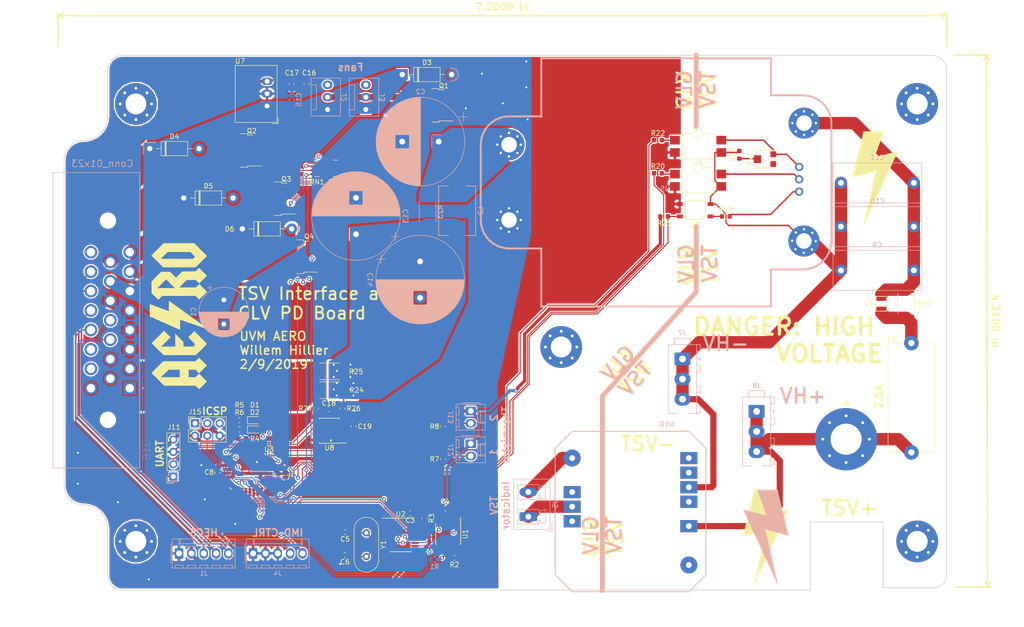
<source format=kicad_pcb>
(kicad_pcb (version 20171130) (host pcbnew "(5.0.0)")
  (layers (0 F.Cu signal) (31 B.Cu signal) (34 B.Paste user) (35 F.Paste user) (36 B.SilkS user) (37 F.SilkS user) (38 B.Mask user) (39 F.Mask user) (44 Edge.Cuts user))
  (net 0 "")
  (net 1 +12V)
  (net 2 GND)
  (net 3 +5V)
  (net 4 "Net-(C5-Pad1)")
  (net 5 "Net-(C6-Pad1)")
  (net 6 "Net-(C10-Pad1)")
  (net 7 /HV-)
  (net 8 "Net-(C12-Pad1)")
  (net 9 "/DC->DC Converters/12V_OUT")
  (net 10 "Net-(C18-Pad2)")
  (net 11 "Net-(C18-Pad1)")
  (net 12 "Net-(D1-Pad1)")
  (net 13 /uC+CAN/LED1)
  (net 14 /uC+CAN/LED2)
  (net 15 "Net-(D2-Pad1)")
  (net 16 /FANOUT0)
  (net 17 /FANOUT2)
  (net 18 /FANOUT1)
  (net 19 /FANOUT3)
  (net 20 /HV+)
  (net 21 /IMD_AN3)
  (net 22 /IMD_AN2)
  (net 23 /IMD_AN1)
  (net 24 /CAN-)
  (net 25 /CAN+)
  (net 26 /UART_RX)
  (net 27 /UART_TX)
  (net 28 /TEMP_1)
  (net 29 /TEMP_2)
  (net 30 /uC+CAN/MISO)
  (net 31 /uC+CAN/SCK)
  (net 32 /uC+CAN/MOSI)
  (net 33 /uC+CAN/RESET)
  (net 34 /SHDN_LOOP_OUT)
  (net 35 "Net-(Q1-Pad1)")
  (net 36 "Net-(Q2-Pad1)")
  (net 37 "Net-(Q3-Pad1)")
  (net 38 "Net-(Q4-Pad1)")
  (net 39 "Net-(R2-Pad1)")
  (net 40 "Net-(R3-Pad2)")
  (net 41 /fanControl/FAN_CTRL_0)
  (net 42 /fanControl/FAN_CTRL_2)
  (net 43 /fanControl/FAN_CTRL_1)
  (net 44 /fanControl/FAN_CTRL_3)
  (net 45 "/DC->DC Converters/FAULT_HV")
  (net 46 "Net-(R19-Pad1)")
  (net 47 /DC_DC_EN)
  (net 48 "Net-(R20-Pad2)")
  (net 49 /DC_DC_FAULT)
  (net 50 /DC_DC_TRIM_EN)
  (net 51 "Net-(R22-Pad2)")
  (net 52 "/DC->DC Converters/TRIM_HV")
  (net 53 "Net-(U1-Pad1)")
  (net 54 "Net-(U1-Pad4)")
  (net 55 /uC+CAN/CAN_CS)
  (net 56 "/DC->DC Converters/EN_HV")
  (net 57 "/DC->DC Converters/HV+")
  (net 58 /IMD_OK)
  (net 59 "Net-(R18-Pad1)")
  (net 60 SCL)
  (net 61 SDA)
  (net 62 "Net-(J5-Pad1)")
  (net 63 "Net-(J5-Pad2)")
  (module CustomFootprints:vicor-socket-no-cutouts (layer B.Cu) (at 204.664 53.071 180)
    (fp_text reference U5 (at 28.63088 -13.4921 180) (layer B.SilkS) (effects (justify mirror)))
    (fp_text value DCM4623TD2J13D0T70)
    (pad 1 thru_hole circle (at 0 0 180) (size 6.4 6.4) (drill 3.2) (layers *.Cu *.Mask) (net 6 "Net-(C10-Pad1)"))
    (pad 5 thru_hole circle (at 0.04572 -24.257 180) (size 6.4 6.4) (drill 3.2) (layers *.Cu *.Mask) (net 7 /HV-))
    (pad 8 thru_hole circle (at 60.706 -19.939 180) (size 6.4 6.4) (drill 3.2) (layers *.Cu *.Mask) (net 2 GND))
    (pad 9 thru_hole circle (at 60.706 -4.445 180) (size 6.4 6.4) (drill 3.2) (layers *.Cu *.Mask) (net 8 "Net-(C12-Pad1)"))
    (pad 2 thru_hole circle (at 1.016 -9.017 180) (size 1.699848 1.699848) (drill 1) (layers *.Cu *.Mask) (net 52 "/DC->DC Converters/TRIM_HV"))
    (pad 3 thru_hole circle (at 1.016 -11.557 180) (size 1.699848 1.699848) (drill 1) (layers *.Cu *.Mask) (net 56 "/DC->DC Converters/EN_HV"))
    (pad 4 thru_hole circle (at 1.016 -14.097 180) (size 1.699848 1.699848) (drill 1) (layers *.Cu *.Mask) (net 45 "/DC->DC Converters/FAULT_HV"))
    (pad 1 thru_hole circle (at 0 2.413 180) (size 0.8 0.8) (drill 0.5) (layers *.Cu *.Mask) (net 6 "Net-(C10-Pad1)"))
    (pad 1 thru_hole circle (at -1.706249 1.706249 135) (size 0.8 0.8) (drill 0.5) (layers *.Cu *.Mask) (net 6 "Net-(C10-Pad1)"))
    (pad 1 thru_hole circle (at -2.413 0 90) (size 0.8 0.8) (drill 0.5) (layers *.Cu *.Mask) (net 6 "Net-(C10-Pad1)"))
    (pad 1 thru_hole circle (at -1.706249 -1.706249 45) (size 0.8 0.8) (drill 0.5) (layers *.Cu *.Mask) (net 6 "Net-(C10-Pad1)"))
    (pad 1 thru_hole circle (at 0 -2.413) (size 0.8 0.8) (drill 0.5) (layers *.Cu *.Mask) (net 6 "Net-(C10-Pad1)"))
    (pad 1 thru_hole circle (at 1.706249 -1.706249 315) (size 0.8 0.8) (drill 0.5) (layers *.Cu *.Mask) (net 6 "Net-(C10-Pad1)"))
    (pad 1 thru_hole circle (at 2.413 0 270) (size 0.8 0.8) (drill 0.5) (layers *.Cu *.Mask) (net 6 "Net-(C10-Pad1)"))
    (pad 1 thru_hole circle (at 1.706249 1.706249 225) (size 0.8 0.8) (drill 0.5) (layers *.Cu *.Mask) (net 6 "Net-(C10-Pad1)"))
    (pad 5 thru_hole circle (at 0 -21.844 180) (size 0.8 0.8) (drill 0.5) (layers *.Cu *.Mask) (net 7 /HV-))
    (pad 5 thru_hole circle (at -1.692858 -22.58308 135) (size 0.8 0.8) (drill 0.5) (layers *.Cu *.Mask) (net 7 /HV-))
    (pad 5 thru_hole circle (at -2.36728 -24.30272 90) (size 0.8 0.8) (drill 0.5) (layers *.Cu *.Mask) (net 7 /HV-))
    (pad 5 thru_hole circle (at -1.6282 -25.995578 45) (size 0.8 0.8) (drill 0.5) (layers *.Cu *.Mask) (net 7 /HV-))
    (pad 5 thru_hole circle (at 0.09144 -26.67) (size 0.8 0.8) (drill 0.5) (layers *.Cu *.Mask) (net 7 /HV-))
    (pad 5 thru_hole circle (at 1.784298 -25.93092 315) (size 0.8 0.8) (drill 0.5) (layers *.Cu *.Mask) (net 7 /HV-))
    (pad 5 thru_hole circle (at 2.45872 -24.21128 270) (size 0.8 0.8) (drill 0.5) (layers *.Cu *.Mask) (net 7 /HV-))
    (pad 5 thru_hole circle (at 1.71964 -22.518422 225) (size 0.8 0.8) (drill 0.5) (layers *.Cu *.Mask) (net 7 /HV-))
    (pad 9 thru_hole circle (at 60.706 -2.032 180) (size 0.8 0.8) (drill 0.5) (layers *.Cu *.Mask) (net 8 "Net-(C12-Pad1)"))
    (pad 9 thru_hole circle (at 58.999751 -2.738751 135) (size 0.8 0.8) (drill 0.5) (layers *.Cu *.Mask) (net 8 "Net-(C12-Pad1)"))
    (pad 9 thru_hole circle (at 58.293 -4.445 90) (size 0.8 0.8) (drill 0.5) (layers *.Cu *.Mask) (net 8 "Net-(C12-Pad1)"))
    (pad 9 thru_hole circle (at 58.999751 -6.151249 45) (size 0.8 0.8) (drill 0.5) (layers *.Cu *.Mask) (net 8 "Net-(C12-Pad1)"))
    (pad 9 thru_hole circle (at 60.706 -6.858) (size 0.8 0.8) (drill 0.5) (layers *.Cu *.Mask) (net 8 "Net-(C12-Pad1)"))
    (pad 9 thru_hole circle (at 62.412249 -6.151249 315) (size 0.8 0.8) (drill 0.5) (layers *.Cu *.Mask) (net 8 "Net-(C12-Pad1)"))
    (pad 9 thru_hole circle (at 63.119 -4.445 270) (size 0.8 0.8) (drill 0.5) (layers *.Cu *.Mask) (net 8 "Net-(C12-Pad1)"))
    (pad 9 thru_hole circle (at 62.412249 -2.738751 225) (size 0.8 0.8) (drill 0.5) (layers *.Cu *.Mask) (net 8 "Net-(C12-Pad1)"))
    (pad 8 thru_hole circle (at 60.706 -17.526 180) (size 0.8 0.8) (drill 0.5) (layers *.Cu *.Mask) (net 2 GND))
    (pad 8 thru_hole circle (at 58.999751 -18.232751 135) (size 0.8 0.8) (drill 0.5) (layers *.Cu *.Mask) (net 2 GND))
    (pad 8 thru_hole circle (at 58.293 -19.939 90) (size 0.8 0.8) (drill 0.5) (layers *.Cu *.Mask) (net 2 GND))
    (pad 8 thru_hole circle (at 58.999751 -21.645249 45) (size 0.8 0.8) (drill 0.5) (layers *.Cu *.Mask) (net 2 GND))
    (pad 8 thru_hole circle (at 60.706 -22.352) (size 0.8 0.8) (drill 0.5) (layers *.Cu *.Mask) (net 2 GND))
    (pad 8 thru_hole circle (at 62.412249 -21.645249 315) (size 0.8 0.8) (drill 0.5) (layers *.Cu *.Mask) (net 2 GND))
    (pad 8 thru_hole circle (at 63.119 -19.939 270) (size 0.8 0.8) (drill 0.5) (layers *.Cu *.Mask) (net 2 GND))
    (pad 8 thru_hole circle (at 62.412249 -18.232751 225) (size 0.8 0.8) (drill 0.5) (layers *.Cu *.Mask) (net 2 GND))
  )
  (module CustomFootprints:TLP182 (layer F.Cu) (at 185.39 72.269 180)
    (fp_text reference U9 (at 3.048 -1.778 180) (layer F.SilkS))
    (fp_text value TLP184)
    (pad 1 smd rect (at 0 0 180) (size 1.2 0.8) (layers F.Cu F.Paste F.Mask) (net 46 "Net-(R19-Pad1)"))
    (pad 6 smd rect (at 6.3 0 180) (size 1.2 0.8) (layers F.Cu F.Paste F.Mask) (net 49 /DC_DC_FAULT))
    (pad 3 smd rect (at 0 2.54 180) (size 1.2 0.8) (layers F.Cu F.Paste F.Mask) (net 7 /HV-))
    (pad 4 smd rect (at 6.3 2.54 180) (size 1.2 0.8) (layers F.Cu F.Paste F.Mask) (net 2 GND))
  )
  (module CustomFootprints:TC33X-503ECT-ND (layer F.Cu) (at 198.315 61.494 90)
    (fp_text reference RV1 (at 1.1 -4.8 90) (layer F.SilkS))
    (fp_text value 50k)
    (pad 2 smd rect (at 1 -3.25 90) (size 1.6 1.5) (layers F.Cu F.Paste F.Mask) (net 59 "Net-(R18-Pad1)"))
    (pad 3 smd rect (at 2 0 90) (size 1.2 1.2) (layers F.Cu F.Paste F.Mask) (net 52 "/DC->DC Converters/TRIM_HV"))
    (pad 1 smd rect (at 0 0 90) (size 1.2 1.2) (layers F.Cu F.Paste F.Mask))
  )
  (module CustomFootprints:TE_MATE-N-LOK_1-770870-x_1x03_P4.14mm_Vertical (layer B.Cu) (at 179.645 101.585 180)
    (fp_text reference J7 (at 0 5.34 180) (layer B.SilkS) (effects (justify mirror)))
    (fp_text value HV-)
    (pad 1 thru_hole roundrect (at 0 0 180) (size 3.3 2.64) (drill 1.4) (layers *.Cu *.Mask) (roundrect_rratio 0.094697) (net 7 /HV-))
    (pad 2 thru_hole oval (at 0 -4.14 180) (size 3.3 2.64) (drill 1.4) (layers *.Cu *.Mask) (net 7 /HV-))
    (pad 3 thru_hole oval (at 0 -8.28 180) (size 3.3 2.64) (drill 1.4) (layers *.Cu *.Mask) (net 7 /HV-))
    (pad "" np_thru_hole circle (at 0 -12.72 180) (size 3.18 3.18) (drill 3.18) (layers *.Cu *.Mask))
  )
  (module CustomFootprints:TE_MATE-N-LOK_1-770870-x_1x03_P4.14mm_Vertical (layer B.Cu) (at 194.885 112.38 180)
    (fp_text reference J8 (at 0 5.34 180) (layer B.SilkS) (effects (justify mirror)))
    (fp_text value HV+)
    (pad 1 thru_hole roundrect (at 0 0 180) (size 3.3 2.64) (drill 1.4) (layers *.Cu *.Mask) (roundrect_rratio 0.094697) (net 20 /HV+))
    (pad 2 thru_hole oval (at 0 -4.14 180) (size 3.3 2.64) (drill 1.4) (layers *.Cu *.Mask) (net 20 /HV+))
    (pad 3 thru_hole oval (at 0 -8.28 180) (size 3.3 2.64) (drill 1.4) (layers *.Cu *.Mask) (net 20 /HV+))
    (pad "" np_thru_hole circle (at 0 -12.72 180) (size 3.18 3.18) (drill 3.18) (layers *.Cu *.Mask))
  )
  (module MountingHole:MountingHole_6.4mm_M6_Pad_Via (layer F.Cu) (at 213.3 118.095)
    (fp_text reference J6 (at 0 -7.4) (layer F.SilkS))
    (fp_text value HV+)
    (pad 1 thru_hole circle (at 3.394113 -3.394113) (size 0.9 0.9) (drill 0.6) (layers *.Cu *.Mask) (net 20 /HV+))
    (pad 1 thru_hole circle (at 0 -4.8) (size 0.9 0.9) (drill 0.6) (layers *.Cu *.Mask) (net 20 /HV+))
    (pad 1 thru_hole circle (at -3.394113 -3.394113) (size 0.9 0.9) (drill 0.6) (layers *.Cu *.Mask) (net 20 /HV+))
    (pad 1 thru_hole circle (at -4.8 0) (size 0.9 0.9) (drill 0.6) (layers *.Cu *.Mask) (net 20 /HV+))
    (pad 1 thru_hole circle (at -3.394113 3.394113) (size 0.9 0.9) (drill 0.6) (layers *.Cu *.Mask) (net 20 /HV+))
    (pad 1 thru_hole circle (at 0 4.8) (size 0.9 0.9) (drill 0.6) (layers *.Cu *.Mask) (net 20 /HV+))
    (pad 1 thru_hole circle (at 3.394113 3.394113) (size 0.9 0.9) (drill 0.6) (layers *.Cu *.Mask) (net 20 /HV+))
    (pad 1 thru_hole circle (at 4.8 0) (size 0.9 0.9) (drill 0.6) (layers *.Cu *.Mask) (net 20 /HV+))
    (pad 1 thru_hole circle (at 0 0) (size 12.8 12.8) (drill 6.4) (layers *.Cu *.Mask) (net 20 /HV+))
  )
  (module 1-776087-1:TE_1-776087-1 (layer B.Cu) (at 65.935 107.624 90)
    (fp_text reference J16 (at -12.8624 3.49401 90) (layer B.SilkS) (effects (font (size 1.40201 1.40201) (thickness 0.05)) (justify mirror)))
    (fp_text value Conn_01x23 (at 46.224 -5.64 180) (layer B.SilkS) (effects (font (size 1.40156 1.40156)) (justify mirror)))
    (pad 22 thru_hole circle (at 24 -8 90) (size 2.625 2.625) (drill 1.75) (layers *.Cu *.Mask) (net 21 /IMD_AN3))
    (pad 21 thru_hole circle (at 20 -8 90) (size 2.625 2.625) (drill 1.75) (layers *.Cu *.Mask) (net 22 /IMD_AN2))
    (pad 20 thru_hole circle (at 16 -8 90) (size 2.625 2.625) (drill 1.75) (layers *.Cu *.Mask) (net 23 /IMD_AN1))
    (pad 19 thru_hole circle (at 12 -8 90) (size 2.625 2.625) (drill 1.75) (layers *.Cu *.Mask) (net 58 /IMD_OK))
    (pad 18 thru_hole circle (at 8 -8 90) (size 2.625 2.625) (drill 1.75) (layers *.Cu *.Mask))
    (pad 17 thru_hole circle (at 4 -8 90) (size 2.625 2.625) (drill 1.75) (layers *.Cu *.Mask))
    (pad 14 thru_hole circle (at 22 -4 90) (size 2.625 2.625) (drill 1.75) (layers *.Cu *.Mask) (net 1 +12V))
    (pad 13 thru_hole circle (at 18 -4 90) (size 2.625 2.625) (drill 1.75) (layers *.Cu *.Mask) (net 2 GND))
    (pad 12 thru_hole circle (at 14 -4 90) (size 2.625 2.625) (drill 1.75) (layers *.Cu *.Mask) (net 24 /CAN-))
    (pad 11 thru_hole circle (at 10 -4 90) (size 2.625 2.625) (drill 1.75) (layers *.Cu *.Mask) (net 25 /CAN+))
    (pad 10 thru_hole circle (at 6 -4 90) (size 2.625 2.625) (drill 1.75) (layers *.Cu *.Mask) (net 34 /SHDN_LOOP_OUT))
    (pad 7 thru_hole circle (at 24 0 90) (size 2.625 2.625) (drill 1.75) (layers *.Cu *.Mask) (net 19 /FANOUT3))
    (pad 6 thru_hole circle (at 20 0 90) (size 2.625 2.625) (drill 1.75) (layers *.Cu *.Mask) (net 1 +12V))
    (pad 5 thru_hole circle (at 16 0 90) (size 2.625 2.625) (drill 1.75) (layers *.Cu *.Mask) (net 2 GND))
    (pad 4 thru_hole circle (at 12 0 90) (size 2.625 2.625) (drill 1.75) (layers *.Cu *.Mask) (net 2 GND))
    (pad 3 thru_hole circle (at 8 0 90) (size 2.625 2.625) (drill 1.75) (layers *.Cu *.Mask) (net 2 GND))
    (pad 2 thru_hole circle (at 4 0 90) (size 2.625 2.625) (drill 1.75) (layers *.Cu *.Mask) (net 34 /SHDN_LOOP_OUT))
    (pad 23 thru_hole circle (at 28 -8 90) (size 2.625 2.625) (drill 1.75) (layers *.Cu *.Mask))
    (pad 16 thru_hole circle (at 0 -8 90) (size 2.625 2.625) (drill 1.75) (layers *.Cu *.Mask) (net 34 /SHDN_LOOP_OUT))
    (pad 15 thru_hole circle (at 26 -4 90) (size 2.625 2.625) (drill 1.75) (layers *.Cu *.Mask) (net 17 /FANOUT2))
    (pad 9 thru_hole circle (at 2 -4 90) (size 2.625 2.625) (drill 1.75) (layers *.Cu *.Mask) (net 34 /SHDN_LOOP_OUT))
    (pad 8 thru_hole circle (at 28 0 90) (size 2.625 2.625) (drill 1.75) (layers *.Cu *.Mask) (net 18 /FANOUT1))
    (pad 1 thru_hole rect (at 0 0 90) (size 2.625 2.625) (drill 1.75) (layers *.Cu *.Mask) (net 34 /SHDN_LOOP_OUT))
    (pad Hole np_thru_hole circle (at 34.5 -4.5 90) (size 2.85 2.85) (drill 2.85) (layers *.Cu *.Mask B.SilkS))
    (pad Hole np_thru_hole circle (at -6.5 -4.5 90) (size 2.85 2.85) (drill 2.85) (layers *.Cu *.Mask B.SilkS))
  )
  (module Connector_PinSocket_2.54mm:PinSocket_1x04_P2.54mm_Vertical (layer F.Cu) (at 74.9 125.789 180)
    (fp_text reference J11 (at -0.127 10.16 180) (layer F.SilkS))
    (fp_text value UART)
    (pad 4 thru_hole oval (at 0 7.62 180) (size 1.7 1.7) (drill 1) (layers *.Cu *.Mask) (net 3 +5V))
    (pad 3 thru_hole oval (at 0 5.08 180) (size 1.7 1.7) (drill 1) (layers *.Cu *.Mask) (net 2 GND))
    (pad 2 thru_hole oval (at 0 2.54 180) (size 1.7 1.7) (drill 1) (layers *.Cu *.Mask) (net 27 /UART_TX))
    (pad 1 thru_hole rect (at 0 0 180) (size 1.7 1.7) (drill 1) (layers *.Cu *.Mask) (net 26 /UART_RX))
  )
  (module CustomFootprints:hvlightningsymbol (layer F.Cu) (at 219.299 64.702)
    (fp_text reference G*** hide)
    (fp_text value LOGO hide)
  )
  (module CustomFootprints:hvlightningsymbol (layer F.Cu) (at 196.79 138.415)
    (fp_text reference G*** hide)
    (fp_text value LOGO hide)
  )
  (module CustomFootprints:EPM1510SJ (layer B.Cu) (at 180.945 121.979 180)
    (fp_text reference U10 (at 4.5 7 180) (layer B.SilkS) (effects (justify mirror)))
    (fp_text value EPM1510SJ)
    (pad 4 thru_hole rect (at 24 -13 180) (size 3.5 2.5) (drill 1.2) (layers *.Cu *.Mask))
    (pad 5 thru_hole rect (at 24 -10 180) (size 3.5 2.5) (drill 1.2) (layers *.Cu *.Mask) (net 62 "Net-(J5-Pad1)"))
    (pad 6 thru_hole rect (at 24 -7 180) (size 3.5 2.5) (drill 1.2) (layers *.Cu *.Mask))
    (pad 7 thru_hole custom (at 24 0 180) (size 3.5 3.5) (drill 1.2) (layers *.Cu *.Mask) (net 63 "Net-(J5-Pad2)") (options (clearance outline) (anchor circle)) (primitives))
    (pad 12 thru_hole rect (at 0 -14 180) (size 3.5 2.5) (drill 1.2) (layers *.Cu *.Mask) (net 20 /HV+))
    (pad 11 thru_hole rect (at 0 -9 180) (size 3.5 2.5) (drill 1.2) (layers *.Cu *.Mask))
    (pad 10 thru_hole rect (at 0 -6 180) (size 3.5 2.5) (drill 1.2) (layers *.Cu *.Mask) (net 7 /HV-))
    (pad 9 thru_hole rect (at 0 -3 180) (size 3.5 2.5) (drill 1.2) (layers *.Cu *.Mask))
    (pad 14 thru_hole custom (at 0 -22 180) (size 3.5 3.5) (drill 1.2) (layers *.Cu *.Mask) (options (clearance outline) (anchor circle)) (primitives))
    (pad 8 thru_hole rect (at 0 0 180) (size 3.5 2.5) (drill 1.2) (layers *.Cu *.Mask))
  )
  (module MountingHole:MountingHole_4.3mm_M4_Pad_Via (layer F.Cu) (at 227.935 139.124)
    (fp_text reference REF** hide)
    (fp_text value MountingHole_4.3mm_M4_Pad_Via)
    (pad 1 thru_hole circle (at 2.280419 -2.280419) (size 0.9 0.9) (drill 0.6) (layers *.Cu *.Mask))
    (pad 1 thru_hole circle (at 0 -3.225) (size 0.9 0.9) (drill 0.6) (layers *.Cu *.Mask))
    (pad 1 thru_hole circle (at -2.280419 -2.280419) (size 0.9 0.9) (drill 0.6) (layers *.Cu *.Mask))
    (pad 1 thru_hole circle (at -3.225 0) (size 0.9 0.9) (drill 0.6) (layers *.Cu *.Mask))
    (pad 1 thru_hole circle (at -2.280419 2.280419) (size 0.9 0.9) (drill 0.6) (layers *.Cu *.Mask))
    (pad 1 thru_hole circle (at 0 3.225) (size 0.9 0.9) (drill 0.6) (layers *.Cu *.Mask))
    (pad 1 thru_hole circle (at 2.280419 2.280419) (size 0.9 0.9) (drill 0.6) (layers *.Cu *.Mask))
    (pad 1 thru_hole circle (at 3.225 0) (size 0.9 0.9) (drill 0.6) (layers *.Cu *.Mask))
    (pad 1 thru_hole circle (at 0 0) (size 8.6 8.6) (drill 4.3) (layers *.Cu *.Mask))
  )
  (module MountingHole:MountingHole_4.3mm_M4_Pad_Via (layer F.Cu) (at 154.685 99.124)
    (fp_text reference REF** hide)
    (fp_text value MountingHole_4.3mm_M4_Pad_Via)
    (pad 1 thru_hole circle (at 2.280419 -2.280419) (size 0.9 0.9) (drill 0.6) (layers *.Cu *.Mask))
    (pad 1 thru_hole circle (at 0 -3.225) (size 0.9 0.9) (drill 0.6) (layers *.Cu *.Mask))
    (pad 1 thru_hole circle (at -2.280419 -2.280419) (size 0.9 0.9) (drill 0.6) (layers *.Cu *.Mask))
    (pad 1 thru_hole circle (at -3.225 0) (size 0.9 0.9) (drill 0.6) (layers *.Cu *.Mask))
    (pad 1 thru_hole circle (at -2.280419 2.280419) (size 0.9 0.9) (drill 0.6) (layers *.Cu *.Mask))
    (pad 1 thru_hole circle (at 0 3.225) (size 0.9 0.9) (drill 0.6) (layers *.Cu *.Mask))
    (pad 1 thru_hole circle (at 2.280419 2.280419) (size 0.9 0.9) (drill 0.6) (layers *.Cu *.Mask))
    (pad 1 thru_hole circle (at 3.225 0) (size 0.9 0.9) (drill 0.6) (layers *.Cu *.Mask))
    (pad 1 thru_hole circle (at 0 0) (size 8.6 8.6) (drill 4.3) (layers *.Cu *.Mask))
  )
  (module MountingHole:MountingHole_4.3mm_M4_Pad_Via (layer F.Cu) (at 227.935 49.124)
    (fp_text reference REF** hide)
    (fp_text value MountingHole_4.3mm_M4_Pad_Via)
    (pad 1 thru_hole circle (at 2.280419 -2.280419) (size 0.9 0.9) (drill 0.6) (layers *.Cu *.Mask))
    (pad 1 thru_hole circle (at 0 -3.225) (size 0.9 0.9) (drill 0.6) (layers *.Cu *.Mask))
    (pad 1 thru_hole circle (at -2.280419 -2.280419) (size 0.9 0.9) (drill 0.6) (layers *.Cu *.Mask))
    (pad 1 thru_hole circle (at -3.225 0) (size 0.9 0.9) (drill 0.6) (layers *.Cu *.Mask))
    (pad 1 thru_hole circle (at -2.280419 2.280419) (size 0.9 0.9) (drill 0.6) (layers *.Cu *.Mask))
    (pad 1 thru_hole circle (at 0 3.225) (size 0.9 0.9) (drill 0.6) (layers *.Cu *.Mask))
    (pad 1 thru_hole circle (at 2.280419 2.280419) (size 0.9 0.9) (drill 0.6) (layers *.Cu *.Mask))
    (pad 1 thru_hole circle (at 3.225 0) (size 0.9 0.9) (drill 0.6) (layers *.Cu *.Mask))
    (pad 1 thru_hole circle (at 0 0) (size 8.6 8.6) (drill 4.3) (layers *.Cu *.Mask))
  )
  (module Capacitor_SMD:C_0603_1608Metric (layer F.Cu) (at 123.605 133.364 180)
    (fp_text reference C3 (at 0 -1.43 180) (layer F.SilkS))
    (fp_text value 0.1uF)
    (pad 2 smd roundrect (at 0.7875 0 180) (size 0.875 0.95) (layers F.Cu F.Paste F.Mask) (net 2 GND))
    (pad 1 smd roundrect (at -0.7875 0 180) (size 0.875 0.95) (layers F.Cu F.Paste F.Mask) (net 3 +5V))
  )
  (module Capacitor_SMD:C_0603_1608Metric (layer F.Cu) (at 130.81 132.334)
    (fp_text reference C4 (at 0 -1.43) (layer F.SilkS))
    (fp_text value 0.1uF)
    (pad 2 smd roundrect (at 0.7875 0) (size 0.875 0.95) (layers F.Cu F.Paste F.Mask) (net 2 GND))
    (pad 1 smd roundrect (at -0.7875 0) (size 0.875 0.95) (layers F.Cu F.Paste F.Mask) (net 3 +5V))
  )
  (module Capacitor_SMD:C_0603_1608Metric (layer F.Cu) (at 110.2315 137.219 180)
    (fp_text reference C5 (at 0 -1.43 180) (layer F.SilkS))
    (fp_text value 22pF)
    (pad 2 smd roundrect (at 0.7875 0 180) (size 0.875 0.95) (layers F.Cu F.Paste F.Mask) (net 2 GND))
    (pad 1 smd roundrect (at -0.7875 0 180) (size 0.875 0.95) (layers F.Cu F.Paste F.Mask) (net 4 "Net-(C5-Pad1)"))
  )
  (module Capacitor_SMD:C_0603_1608Metric (layer F.Cu) (at 110.206 141.918 180)
    (fp_text reference C6 (at 0 -1.43 180) (layer F.SilkS))
    (fp_text value 22pF)
    (pad 2 smd roundrect (at 0.7875 0 180) (size 0.875 0.95) (layers F.Cu F.Paste F.Mask) (net 2 GND))
    (pad 1 smd roundrect (at -0.7875 0 180) (size 0.875 0.95) (layers F.Cu F.Paste F.Mask) (net 5 "Net-(C6-Pad1)"))
  )
  (module Capacitor_SMD:C_0603_1608Metric (layer F.Cu) (at 96.461 126.01 90)
    (fp_text reference C7 (at -0.033 1.553 180) (layer F.SilkS))
    (fp_text value 0.1uF)
    (pad 2 smd roundrect (at 0.7875 0 90) (size 0.875 0.95) (layers F.Cu F.Paste F.Mask) (net 2 GND))
    (pad 1 smd roundrect (at -0.7875 0 90) (size 0.875 0.95) (layers F.Cu F.Paste F.Mask) (net 3 +5V))
  )
  (module Capacitor_SMD:C_0603_1608Metric (layer F.Cu) (at 84.015 124.994 90)
    (fp_text reference C8 (at 0.094 -1.749 180) (layer F.SilkS))
    (fp_text value 0.1uF)
    (pad 2 smd roundrect (at 0.7875 0 90) (size 0.875 0.95) (layers F.Cu F.Paste F.Mask) (net 2 GND))
    (pad 1 smd roundrect (at -0.7875 0 90) (size 0.875 0.95) (layers F.Cu F.Paste F.Mask) (net 3 +5V))
  )
  (module Capacitor_THT:C_Rect_L18.0mm_W8.0mm_P15.00mm_FKS3_FKP3 (layer B.Cu) (at 227.24 83.369 180)
    (fp_text reference C9 (at 7.5 5.25 180) (layer B.SilkS) (effects (justify mirror)))
    (fp_text value 0.68uF)
    (pad 2 thru_hole circle (at 15 0 180) (size 2.4 2.4) (drill 1.2) (layers *.Cu *.Mask) (net 7 /HV-))
    (pad 1 thru_hole circle (at 0 0 180) (size 2.4 2.4) (drill 1.2) (layers *.Cu *.Mask) (net 6 "Net-(C10-Pad1)"))
  )
  (module Capacitor_THT:C_Rect_L18.0mm_W8.0mm_P15.00mm_FKS3_FKP3 (layer B.Cu) (at 227.24 74.369 180)
    (fp_text reference C10 (at 7.5 5.25 180) (layer B.SilkS) (effects (justify mirror)))
    (fp_text value 0.68uF)
    (pad 2 thru_hole circle (at 15 0 180) (size 2.4 2.4) (drill 1.2) (layers *.Cu *.Mask) (net 7 /HV-))
    (pad 1 thru_hole circle (at 0 0 180) (size 2.4 2.4) (drill 1.2) (layers *.Cu *.Mask) (net 6 "Net-(C10-Pad1)"))
  )
  (module Capacitor_THT:C_Rect_L18.0mm_W8.0mm_P15.00mm_FKS3_FKP3 (layer B.Cu) (at 227.24 65.369 180)
    (fp_text reference C11 (at 7.5 5.25 180) (layer B.SilkS) (effects (justify mirror)))
    (fp_text value 0.68uF)
    (pad 2 thru_hole circle (at 15 0 180) (size 2.4 2.4) (drill 1.2) (layers *.Cu *.Mask) (net 7 /HV-))
    (pad 1 thru_hole circle (at 0 0 180) (size 2.4 2.4) (drill 1.2) (layers *.Cu *.Mask) (net 6 "Net-(C10-Pad1)"))
  )
  (module Capacitor_THT:CP_Radial_D18.0mm_P7.50mm (layer B.Cu) (at 112.462 75.931 90)
    (fp_text reference C13 (at 3.75 10.25 90) (layer B.SilkS) (effects (justify mirror)))
    (fp_text value 2200uF)
    (pad 2 thru_hole circle (at 7.5 0 90) (size 2.4 2.4) (drill 1.2) (layers *.Cu *.Mask) (net 2 GND))
    (pad 1 thru_hole rect (at 0 0 90) (size 2.4 2.4) (drill 1.2) (layers *.Cu *.Mask) (net 9 "/DC->DC Converters/12V_OUT"))
  )
  (module Capacitor_THT:CP_Radial_D18.0mm_P7.50mm (layer B.Cu) (at 125.67 81.519 270)
    (fp_text reference C14 (at 3.75 10.25 270) (layer B.SilkS) (effects (justify mirror)))
    (fp_text value 2200uF)
    (pad 2 thru_hole circle (at 7.5 0 270) (size 2.4 2.4) (drill 1.2) (layers *.Cu *.Mask) (net 2 GND))
    (pad 1 thru_hole rect (at 0 0 270) (size 2.4 2.4) (drill 1.2) (layers *.Cu *.Mask) (net 9 "/DC->DC Converters/12V_OUT"))
  )
  (module Capacitor_SMD:C_0603_1608Metric (layer B.Cu) (at 99.255 48.2605 90)
    (fp_text reference C15 (at 0 1.43 90) (layer B.SilkS) (effects (justify mirror)))
    (fp_text value 10uF)
    (pad 2 smd roundrect (at 0.7875 0 90) (size 0.875 0.95) (layers B.Cu B.Paste B.Mask) (net 2 GND))
    (pad 1 smd roundrect (at -0.7875 0 90) (size 0.875 0.95) (layers B.Cu B.Paste B.Mask) (net 1 +12V))
  )
  (module Capacitor_SMD:C_0603_1608Metric (layer F.Cu) (at 102.303 44.984 270)
    (fp_text reference C16 (at -2.253 -0.537) (layer F.SilkS))
    (fp_text value 0.1uF)
    (pad 2 smd roundrect (at 0.7875 0 270) (size 0.875 0.95) (layers F.Cu F.Paste F.Mask) (net 2 GND))
    (pad 1 smd roundrect (at -0.7875 0 270) (size 0.875 0.95) (layers F.Cu F.Paste F.Mask) (net 3 +5V))
  )
  (module Capacitor_SMD:C_0603_1608Metric (layer F.Cu) (at 99.255 44.984 270)
    (fp_text reference C17 (at -2.253 -0.029) (layer F.SilkS))
    (fp_text value 10uF)
    (pad 2 smd roundrect (at 0.7875 0 270) (size 0.875 0.95) (layers F.Cu F.Paste F.Mask) (net 2 GND))
    (pad 1 smd roundrect (at -0.7875 0 270) (size 0.875 0.95) (layers F.Cu F.Paste F.Mask) (net 3 +5V))
  )
  (module Capacitor_SMD:C_0603_1608Metric (layer F.Cu) (at 106.875 111.913 180)
    (fp_text reference C18 (at -0.029 1.237 180) (layer F.SilkS))
    (fp_text value 0.1uF)
    (pad 2 smd roundrect (at 0.7875 0 180) (size 0.875 0.95) (layers F.Cu F.Paste F.Mask) (net 10 "Net-(C18-Pad2)"))
    (pad 1 smd roundrect (at -0.7875 0 180) (size 0.875 0.95) (layers F.Cu F.Paste F.Mask) (net 11 "Net-(C18-Pad1)"))
  )
  (module Capacitor_SMD:C_0603_1608Metric (layer F.Cu) (at 111.955 115.469 90)
    (fp_text reference C19 (at 0 2.315 180) (layer F.SilkS))
    (fp_text value 0.1uF)
    (pad 2 smd roundrect (at 0.7875 0 90) (size 0.875 0.95) (layers F.Cu F.Paste F.Mask) (net 3 +5V))
    (pad 1 smd roundrect (at -0.7875 0 90) (size 0.875 0.95) (layers F.Cu F.Paste F.Mask) (net 2 GND))
  )
  (module LED_SMD:LED_0603_1608Metric (layer F.Cu) (at 91.635 114.199)
    (fp_text reference D1 (at 0.029 -3.142) (layer F.SilkS))
    (fp_text value LED)
    (pad 2 smd roundrect (at 0.7875 0) (size 0.875 0.95) (layers F.Cu F.Paste F.Mask) (net 13 /uC+CAN/LED1))
    (pad 1 smd roundrect (at -0.7875 0) (size 0.875 0.95) (layers F.Cu F.Paste F.Mask) (net 12 "Net-(D1-Pad1)"))
  )
  (module LED_SMD:LED_0603_1608Metric (layer F.Cu) (at 91.635 116.104)
    (fp_text reference D2 (at 0 -3.523) (layer F.SilkS))
    (fp_text value LED)
    (pad 2 smd roundrect (at 0.7875 0) (size 0.875 0.95) (layers F.Cu F.Paste F.Mask) (net 14 /uC+CAN/LED2))
    (pad 1 smd roundrect (at -0.7875 0) (size 0.875 0.95) (layers F.Cu F.Paste F.Mask) (net 15 "Net-(D2-Pad1)"))
  )
  (module Diode_THT:D_DO-41_SOD81_P10.16mm_Horizontal (layer F.Cu) (at 121.988 43.079)
    (fp_text reference D3 (at 5.08 -2.47) (layer F.SilkS))
    (fp_text value 1N4001)
    (pad 2 thru_hole oval (at 10.16 0) (size 2.2 2.2) (drill 1.1) (layers *.Cu *.Mask) (net 16 /FANOUT0))
    (pad 1 thru_hole rect (at 0 0) (size 2.2 2.2) (drill 1.1) (layers *.Cu *.Mask) (net 1 +12V))
  )
  (module Diode_THT:D_DO-41_SOD81_P10.16mm_Horizontal (layer F.Cu) (at 70.045 58.319)
    (fp_text reference D4 (at 5.08 -2.47) (layer F.SilkS))
    (fp_text value 1N4001)
    (pad 2 thru_hole oval (at 10.16 0) (size 2.2 2.2) (drill 1.1) (layers *.Cu *.Mask) (net 17 /FANOUT2))
    (pad 1 thru_hole rect (at 0 0) (size 2.2 2.2) (drill 1.1) (layers *.Cu *.Mask) (net 1 +12V))
  )
  (module Diode_THT:D_DO-41_SOD81_P10.16mm_Horizontal (layer F.Cu) (at 77.03 68.479)
    (fp_text reference D5 (at 5.08 -2.47) (layer F.SilkS))
    (fp_text value 1N4001)
    (pad 2 thru_hole oval (at 10.16 0) (size 2.2 2.2) (drill 1.1) (layers *.Cu *.Mask) (net 18 /FANOUT1))
    (pad 1 thru_hole rect (at 0 0) (size 2.2 2.2) (drill 1.1) (layers *.Cu *.Mask) (net 1 +12V))
  )
  (module Diode_THT:D_DO-41_SOD81_P10.16mm_Horizontal (layer F.Cu) (at 89.095 74.829)
    (fp_text reference D6 (at -2.638 0.033) (layer F.SilkS))
    (fp_text value 1N4001)
    (pad 2 thru_hole oval (at 10.16 0) (size 2.2 2.2) (drill 1.1) (layers *.Cu *.Mask) (net 19 /FANOUT3))
    (pad 1 thru_hole rect (at 0 0) (size 2.2 2.2) (drill 1.1) (layers *.Cu *.Mask) (net 1 +12V))
  )
  (module Connector_Molex:Molex_KK-254_AE-6410-05A_1x05_P2.54mm_Vertical (layer B.Cu) (at 76.065 141.594)
    (fp_text reference J1 (at 5.08 4.12) (layer B.SilkS) (effects (justify mirror)))
    (fp_text value HECS)
    (pad 5 thru_hole oval (at 10.16 0) (size 1.74 2.2) (drill 1.2) (layers *.Cu *.Mask) (net 23 /IMD_AN1))
    (pad 4 thru_hole oval (at 7.62 0) (size 1.74 2.2) (drill 1.2) (layers *.Cu *.Mask) (net 22 /IMD_AN2))
    (pad 3 thru_hole oval (at 5.08 0) (size 1.74 2.2) (drill 1.2) (layers *.Cu *.Mask) (net 21 /IMD_AN3))
    (pad 2 thru_hole oval (at 2.54 0) (size 1.74 2.2) (drill 1.2) (layers *.Cu *.Mask) (net 3 +5V))
    (pad 1 thru_hole roundrect (at 0 0) (size 1.74 2.2) (drill 1.2) (layers *.Cu *.Mask) (roundrect_rratio 0.143678) (net 2 GND))
  )
  (module Connector:FanPinHeader_1x03_P2.54mm_Vertical (layer B.Cu) (at 106.62 50.277 90)
    (fp_text reference J2 (at 2.5 3.4 90) (layer B.SilkS) (effects (justify mirror)))
    (fp_text value CASEFAN1)
    (pad 3 thru_hole oval (at 5.08 0) (size 2.03 1.73) (drill 1.02) (layers *.Cu *.Mask))
    (pad 2 thru_hole oval (at 2.54 0) (size 2.03 1.73) (drill 1.02) (layers *.Cu *.Mask) (net 16 /FANOUT0))
    (pad 1 thru_hole rect (at 0 0) (size 2.03 1.73) (drill 1.02) (layers *.Cu *.Mask) (net 1 +12V))
  )
  (module Connector:FanPinHeader_1x03_P2.54mm_Vertical (layer B.Cu) (at 114.494 50.277 90)
    (fp_text reference J3 (at 2.5 3.4 90) (layer B.SilkS) (effects (justify mirror)))
    (fp_text value CASEFAN2)
    (pad 3 thru_hole oval (at 5.08 0) (size 2.03 1.73) (drill 1.02) (layers *.Cu *.Mask))
    (pad 2 thru_hole oval (at 2.54 0) (size 2.03 1.73) (drill 1.02) (layers *.Cu *.Mask) (net 16 /FANOUT0))
    (pad 1 thru_hole rect (at 0 0) (size 2.03 1.73) (drill 1.02) (layers *.Cu *.Mask) (net 1 +12V))
  )
  (module Connector_Molex:Molex_KK-254_AE-6410-02A_1x02_P2.54mm_Vertical (layer B.Cu) (at 136.085 119.025 270)
    (fp_text reference J12 (at 1.27 4.12 270) (layer B.SilkS) (effects (justify mirror)))
    (fp_text value NTC1)
    (pad 2 thru_hole oval (at 2.54 0 270) (size 1.74 2.2) (drill 1.2) (layers *.Cu *.Mask) (net 28 /TEMP_1))
    (pad 1 thru_hole roundrect (at 0 0 270) (size 1.74 2.2) (drill 1.2) (layers *.Cu *.Mask) (roundrect_rratio 0.143678) (net 3 +5V))
  )
  (module Connector_Molex:Molex_KK-254_AE-6410-02A_1x02_P2.54mm_Vertical (layer B.Cu) (at 136.085 112.294 270)
    (fp_text reference J13 (at 1.27 4.12 270) (layer B.SilkS) (effects (justify mirror)))
    (fp_text value NTC1)
    (pad 2 thru_hole oval (at 2.54 0 270) (size 1.74 2.2) (drill 1.2) (layers *.Cu *.Mask) (net 29 /TEMP_2))
    (pad 1 thru_hole roundrect (at 0 0 270) (size 1.74 2.2) (drill 1.2) (layers *.Cu *.Mask) (roundrect_rratio 0.143678) (net 3 +5V))
  )
  (module Connector_PinSocket_2.54mm:PinSocket_2x03_P2.54mm_Vertical (layer F.Cu) (at 79.345 114.834 90)
    (fp_text reference J15 (at 2.38 0 180) (layer F.SilkS))
    (fp_text value ICSP)
    (pad 6 thru_hole oval (at -2.54 5.08 90) (size 1.7 1.7) (drill 1) (layers *.Cu *.Mask) (net 2 GND))
    (pad 5 thru_hole oval (at 0 5.08 90) (size 1.7 1.7) (drill 1) (layers *.Cu *.Mask) (net 33 /uC+CAN/RESET))
    (pad 4 thru_hole oval (at -2.54 2.54 90) (size 1.7 1.7) (drill 1) (layers *.Cu *.Mask) (net 32 /uC+CAN/MOSI))
    (pad 3 thru_hole oval (at 0 2.54 90) (size 1.7 1.7) (drill 1) (layers *.Cu *.Mask) (net 31 /uC+CAN/SCK))
    (pad 2 thru_hole oval (at -2.54 0 90) (size 1.7 1.7) (drill 1) (layers *.Cu *.Mask) (net 3 +5V))
    (pad 1 thru_hole rect (at 0 0 90) (size 1.7 1.7) (drill 1) (layers *.Cu *.Mask) (net 30 /uC+CAN/MISO))
  )
  (module CustomFootprints:Murata_DFE252012P_Inductor (layer F.Cu) (at 220.545 90.234 90)
    (fp_text reference L1 (at 0.005 -2.516 180) (layer F.SilkS))
    (fp_text value 1uH)
    (pad 2 smd rect (at 1 0 90) (size 0.8 2) (layers F.Cu F.Paste F.Mask) (net 6 "Net-(C10-Pad1)"))
    (pad 1 smd rect (at -1 0 90) (size 0.8 2) (layers F.Cu F.Paste F.Mask) (net 57 "/DC->DC Converters/HV+"))
  )
  (module CustomFootprints:PA2607 (layer B.Cu) (at 133.29 71.105 270)
    (fp_text reference L2 (at 0 -4.826 270) (layer B.SilkS) (effects (justify mirror)))
    (fp_text value 0.15uH)
    (pad 2 smd rect (at 3.935 0 270) (size 3.3 3.3) (layers B.Cu B.Paste B.Mask) (net 9 "/DC->DC Converters/12V_OUT"))
    (pad 1 smd rect (at -3.935 0 270) (size 3.3 3.3) (layers B.Cu B.Paste B.Mask) (net 8 "Net-(C12-Pad1)"))
  )
  (module Package_TO_SOT_SMD:TO-252-2 (layer F.Cu) (at 127.068 49.429 180)
    (fp_text reference Q1 (at -3.458 4.031 180) (layer F.SilkS))
    (fp_text value Q_NMOS_GDS)
    (pad 2 smd rect (at 2.1 0 180) (size 6.4 5.8) (layers F.Cu F.Mask) (net 16 /FANOUT0))
    (pad 3 smd rect (at -4.2 2.28 180) (size 2.2 1.2) (layers F.Cu F.Paste F.Mask) (net 2 GND))
    (pad 1 smd rect (at -4.2 -2.28 180) (size 2.2 1.2) (layers F.Cu F.Paste F.Mask) (net 35 "Net-(Q1-Pad1)"))
  )
  (module Package_TO_SOT_SMD:TO-252-2 (layer F.Cu) (at 87.7 58.699 180)
    (fp_text reference Q2 (at -3.329 4.03 180) (layer F.SilkS))
    (fp_text value Q_NMOS_GDS)
    (pad 2 smd rect (at 2.1 0 180) (size 6.4 5.8) (layers F.Cu F.Mask) (net 17 /FANOUT2))
    (pad 3 smd rect (at -4.2 2.28 180) (size 2.2 1.2) (layers F.Cu F.Paste F.Mask) (net 2 GND))
    (pad 1 smd rect (at -4.2 -2.28 180) (size 2.2 1.2) (layers F.Cu F.Paste F.Mask) (net 36 "Net-(Q2-Pad1)"))
  )
  (module Package_TO_SOT_SMD:TO-252-2 (layer F.Cu) (at 94.685 68.604 180)
    (fp_text reference Q3 (at -3.456 4.029 180) (layer F.SilkS))
    (fp_text value Q_NMOS_GDS)
    (pad 2 smd rect (at 2.1 0 180) (size 6.4 5.8) (layers F.Cu F.Mask) (net 18 /FANOUT1))
    (pad 3 smd rect (at -4.2 2.28 180) (size 2.2 1.2) (layers F.Cu F.Paste F.Mask) (net 2 GND))
    (pad 1 smd rect (at -4.2 -2.28 180) (size 2.2 1.2) (layers F.Cu F.Paste F.Mask) (net 37 "Net-(Q3-Pad1)"))
  )
  (module Package_TO_SOT_SMD:TO-252-2 (layer F.Cu) (at 99.255 80.544 180)
    (fp_text reference Q4 (at -3.585 4.158 180) (layer F.SilkS))
    (fp_text value Q_NMOS_GDS)
    (pad 2 smd rect (at 2.1 0 180) (size 6.4 5.8) (layers F.Cu F.Mask) (net 19 /FANOUT3))
    (pad 3 smd rect (at -4.2 2.28 180) (size 2.2 1.2) (layers F.Cu F.Paste F.Mask) (net 2 GND))
    (pad 1 smd rect (at -4.2 -2.28 180) (size 2.2 1.2) (layers F.Cu F.Paste F.Mask) (net 38 "Net-(Q4-Pad1)"))
  )
  (module Resistor_SMD:R_0603_1608Metric (layer B.Cu) (at 128.605 142.864)
    (fp_text reference R1 (at 0 1.43) (layer B.SilkS) (effects (justify mirror)))
    (fp_text value R_US)
    (pad 2 smd roundrect (at 0.7875 0) (size 0.875 0.95) (layers B.Cu B.Paste B.Mask) (net 24 /CAN-))
    (pad 1 smd roundrect (at -0.7875 0) (size 0.875 0.95) (layers B.Cu B.Paste B.Mask) (net 25 /CAN+))
  )
  (module Resistor_SMD:R_0603_1608Metric (layer F.Cu) (at 132.715 142.494 180)
    (fp_text reference R2 (at 0 -1.43 180) (layer F.SilkS))
    (fp_text value 10k)
    (pad 2 smd roundrect (at 0.7875 0 180) (size 0.875 0.95) (layers F.Cu F.Paste F.Mask) (net 2 GND))
    (pad 1 smd roundrect (at -0.7875 0 180) (size 0.875 0.95) (layers F.Cu F.Paste F.Mask) (net 39 "Net-(R2-Pad1)"))
  )
  (module Resistor_SMD:R_0603_1608Metric (layer F.Cu) (at 126.605 134.364 270)
    (fp_text reference R3 (at 0 -1.43 270) (layer F.SilkS))
    (fp_text value 10k)
    (pad 2 smd roundrect (at 0.7875 0 270) (size 0.875 0.95) (layers F.Cu F.Paste F.Mask) (net 40 "Net-(R3-Pad2)"))
    (pad 1 smd roundrect (at -0.7875 0 270) (size 0.875 0.95) (layers F.Cu F.Paste F.Mask) (net 3 +5V))
  )
  (module Resistor_SMD:R_0603_1608Metric (layer F.Cu) (at 89.095 118.009)
    (fp_text reference R4 (at 2.569 0.033) (layer F.SilkS))
    (fp_text value 10k)
    (pad 2 smd roundrect (at 0.7875 0) (size 0.875 0.95) (layers F.Cu F.Paste F.Mask) (net 33 /uC+CAN/RESET))
    (pad 1 smd roundrect (at -0.7875 0) (size 0.875 0.95) (layers F.Cu F.Paste F.Mask) (net 3 +5V))
  )
  (module Resistor_SMD:R_0603_1608Metric (layer F.Cu) (at 88.46 114.199)
    (fp_text reference R5 (at 0.029 -3.142) (layer F.SilkS))
    (fp_text value 1k)
    (pad 2 smd roundrect (at 0.7875 0) (size 0.875 0.95) (layers F.Cu F.Paste F.Mask) (net 12 "Net-(D1-Pad1)"))
    (pad 1 smd roundrect (at -0.7875 0) (size 0.875 0.95) (layers F.Cu F.Paste F.Mask) (net 2 GND))
  )
  (module Resistor_SMD:R_0603_1608Metric (layer F.Cu) (at 88.46 116.104)
    (fp_text reference R6 (at 0.029 -3.523) (layer F.SilkS))
    (fp_text value 1k)
    (pad 2 smd roundrect (at 0.7875 0) (size 0.875 0.95) (layers F.Cu F.Paste F.Mask) (net 15 "Net-(D2-Pad1)"))
    (pad 1 smd roundrect (at -0.7875 0) (size 0.875 0.95) (layers F.Cu F.Paste F.Mask) (net 2 GND))
  )
  (module Resistor_SMD:R_0603_1608Metric (layer F.Cu) (at 130.37 122.2 90)
    (fp_text reference R7 (at 0 -1.749 180) (layer F.SilkS))
    (fp_text value 10k)
    (pad 2 smd roundrect (at 0.7875 0 90) (size 0.875 0.95) (layers F.Cu F.Paste F.Mask) (net 28 /TEMP_1))
    (pad 1 smd roundrect (at -0.7875 0 90) (size 0.875 0.95) (layers F.Cu F.Paste F.Mask) (net 2 GND))
  )
  (module Resistor_SMD:R_0603_1608Metric (layer F.Cu) (at 130.37 115.469 90)
    (fp_text reference R8 (at -0.033 -1.749 180) (layer F.SilkS))
    (fp_text value 10k)
    (pad 2 smd roundrect (at 0.7875 0 90) (size 0.875 0.95) (layers F.Cu F.Paste F.Mask) (net 29 /TEMP_2))
    (pad 1 smd roundrect (at -0.7875 0 90) (size 0.875 0.95) (layers F.Cu F.Paste F.Mask) (net 2 GND))
  )
  (module Resistor_SMD:R_2512_6332Metric (layer F.Cu) (at 225.625 90.234 270)
    (fp_text reference R17 (at 0 -3.834) (layer F.SilkS))
    (fp_text value 1Ω)
    (pad 2 smd roundrect (at 2.9 0 270) (size 1.35 3.35) (layers F.Cu F.Paste F.Mask) (roundrect_rratio 0.185185) (net 57 "/DC->DC Converters/HV+"))
    (pad 1 smd roundrect (at -2.9 0 270) (size 1.35 3.35) (layers F.Cu F.Paste F.Mask) (roundrect_rratio 0.185185) (net 6 "Net-(C10-Pad1)"))
  )
  (module Resistor_SMD:R_0603_1608Metric (layer F.Cu) (at 191.33 59.589 90)
    (fp_text reference R18 (at 0 -1.43 90) (layer F.SilkS))
    (fp_text value 6.8k)
    (pad 2 smd roundrect (at 0.7875 0 90) (size 0.875 0.95) (layers F.Cu F.Paste F.Mask) (net 7 /HV-))
    (pad 1 smd roundrect (at -0.7875 0 90) (size 0.875 0.95) (layers F.Cu F.Paste F.Mask) (net 59 "Net-(R18-Pad1)"))
  )
  (module Resistor_SMD:R_0603_1608Metric (layer F.Cu) (at 188.565 72.269)
    (fp_text reference R19 (at 0 -1.43) (layer F.SilkS))
    (fp_text value 1k)
    (pad 2 smd roundrect (at 0.7875 0) (size 0.875 0.95) (layers F.Cu F.Paste F.Mask) (net 45 "/DC->DC Converters/FAULT_HV"))
    (pad 1 smd roundrect (at -0.7875 0) (size 0.875 0.95) (layers F.Cu F.Paste F.Mask) (net 46 "Net-(R19-Pad1)"))
  )
  (module Resistor_SMD:R_0603_1608Metric (layer F.Cu) (at 174.595 63.379)
    (fp_text reference R20 (at 0 -1.43) (layer F.SilkS))
    (fp_text value 1k)
    (pad 2 smd roundrect (at 0.7875 0) (size 0.875 0.95) (layers F.Cu F.Paste F.Mask) (net 48 "Net-(R20-Pad2)"))
    (pad 1 smd roundrect (at -0.7875 0) (size 0.875 0.95) (layers F.Cu F.Paste F.Mask) (net 47 /DC_DC_EN))
  )
  (module Resistor_SMD:R_0603_1608Metric (layer F.Cu) (at 175.865 72.269 180)
    (fp_text reference R21 (at 0 -1.43 180) (layer F.SilkS))
    (fp_text value 10k)
    (pad 2 smd roundrect (at 0.7875 0 180) (size 0.875 0.95) (layers F.Cu F.Paste F.Mask) (net 3 +5V))
    (pad 1 smd roundrect (at -0.7875 0 180) (size 0.875 0.95) (layers F.Cu F.Paste F.Mask) (net 49 /DC_DC_FAULT))
  )
  (module Resistor_SMD:R_0603_1608Metric (layer F.Cu) (at 174.595 56.574)
    (fp_text reference R22 (at 0 -1.43) (layer F.SilkS))
    (fp_text value 1k)
    (pad 2 smd roundrect (at 0.7875 0) (size 0.875 0.95) (layers F.Cu F.Paste F.Mask) (net 51 "Net-(R22-Pad2)"))
    (pad 1 smd roundrect (at -0.7875 0) (size 0.875 0.95) (layers F.Cu F.Paste F.Mask) (net 50 /DC_DC_TRIM_EN))
  )
  (module Resistor_SMD:R_2512_6332Metric (layer B.Cu) (at 127.194 71.359 90)
    (fp_text reference R23 (at 0 2.62 90) (layer B.SilkS) (effects (justify mirror)))
    (fp_text value 1Ω)
    (pad 2 smd roundrect (at 2.9 0 90) (size 1.35 3.35) (layers B.Cu B.Paste B.Mask) (roundrect_rratio 0.185185) (net 8 "Net-(C12-Pad1)"))
    (pad 1 smd roundrect (at -2.9 0 90) (size 1.35 3.35) (layers B.Cu B.Paste B.Mask) (roundrect_rratio 0.185185) (net 9 "/DC->DC Converters/12V_OUT"))
  )
  (module Resistor_SMD:R_2512_6332Metric (layer F.Cu) (at 107.043001 108.024001)
    (fp_text reference R24 (at 5.575999 -0.015001) (layer F.SilkS))
    (fp_text value 0.02)
    (pad 2 smd roundrect (at 2.9 0) (size 1.35 3.35) (layers F.Cu F.Paste F.Mask) (roundrect_rratio 0.185185) (net 9 "/DC->DC Converters/12V_OUT"))
    (pad 1 smd roundrect (at -2.9 0) (size 1.35 3.35) (layers F.Cu F.Paste F.Mask) (roundrect_rratio 0.185185) (net 34 /SHDN_LOOP_OUT))
  )
  (module Resistor_SMD:R_2512_6332Metric (layer F.Cu) (at 107.043001 104.134001)
    (fp_text reference R25 (at 5.448999 0.064999) (layer F.SilkS))
    (fp_text value 0.02)
    (pad 2 smd roundrect (at 2.9 0) (size 1.35 3.35) (layers F.Cu F.Paste F.Mask) (roundrect_rratio 0.185185) (net 9 "/DC->DC Converters/12V_OUT"))
    (pad 1 smd roundrect (at -2.9 0) (size 1.35 3.35) (layers F.Cu F.Paste F.Mask) (roundrect_rratio 0.185185) (net 34 /SHDN_LOOP_OUT))
  )
  (module Resistor_SMD:R_0603_1608Metric (layer F.Cu) (at 109.669 111.786 90)
    (fp_text reference R26 (at 0 2.315 180) (layer F.SilkS))
    (fp_text value 10)
    (pad 2 smd roundrect (at 0.7875 0 90) (size 0.875 0.95) (layers F.Cu F.Paste F.Mask) (net 9 "/DC->DC Converters/12V_OUT"))
    (pad 1 smd roundrect (at -0.7875 0 90) (size 0.875 0.95) (layers F.Cu F.Paste F.Mask) (net 11 "Net-(C18-Pad1)"))
  )
  (module Resistor_SMD:R_0603_1608Metric (layer F.Cu) (at 104.208 111.786 90)
    (fp_text reference R27 (at 0 -2.13 180) (layer F.SilkS))
    (fp_text value 10)
    (pad 2 smd roundrect (at 0.7875 0 90) (size 0.875 0.95) (layers F.Cu F.Paste F.Mask) (net 34 /SHDN_LOOP_OUT))
    (pad 1 smd roundrect (at -0.7875 0 90) (size 0.875 0.95) (layers F.Cu F.Paste F.Mask) (net 10 "Net-(C18-Pad2)"))
  )
  (module Package_SO:SOIC-8_3.9x4.9mm_P1.27mm (layer F.Cu) (at 131.445 137.634 270)
    (fp_text reference U1 (at 0 -3.5 270) (layer F.SilkS))
    (fp_text value MCP2551-I-SN)
    (pad 8 smd rect (at 2.7 -1.905 270) (size 1.55 0.6) (layers F.Cu F.Paste F.Mask) (net 39 "Net-(R2-Pad1)"))
    (pad 7 smd rect (at 2.7 -0.635 270) (size 1.55 0.6) (layers F.Cu F.Paste F.Mask) (net 25 /CAN+))
    (pad 6 smd rect (at 2.7 0.635 270) (size 1.55 0.6) (layers F.Cu F.Paste F.Mask) (net 24 /CAN-))
    (pad 5 smd rect (at 2.7 1.905 270) (size 1.55 0.6) (layers F.Cu F.Paste F.Mask))
    (pad 4 smd rect (at -2.7 1.905 270) (size 1.55 0.6) (layers F.Cu F.Paste F.Mask) (net 54 "Net-(U1-Pad4)"))
    (pad 3 smd rect (at -2.7 0.635 270) (size 1.55 0.6) (layers F.Cu F.Paste F.Mask) (net 3 +5V))
    (pad 2 smd rect (at -2.7 -0.635 270) (size 1.55 0.6) (layers F.Cu F.Paste F.Mask) (net 2 GND))
    (pad 1 smd rect (at -2.7 -1.905 270) (size 1.55 0.6) (layers F.Cu F.Paste F.Mask) (net 53 "Net-(U1-Pad1)"))
  )
  (module Package_SO:TSSOP-20_4.4x6.5mm_P0.65mm (layer F.Cu) (at 121.675 137.804)
    (fp_text reference U2 (at 0 -4.3) (layer F.SilkS))
    (fp_text value MCP2515-IST)
    (pad 20 smd rect (at 2.95 -2.925) (size 1.45 0.45) (layers F.Cu F.Paste F.Mask) (net 3 +5V))
    (pad 19 smd rect (at 2.95 -2.275) (size 1.45 0.45) (layers F.Cu F.Paste F.Mask) (net 40 "Net-(R3-Pad2)"))
    (pad 18 smd rect (at 2.95 -1.625) (size 1.45 0.45) (layers F.Cu F.Paste F.Mask) (net 55 /uC+CAN/CAN_CS))
    (pad 17 smd rect (at 2.95 -0.975) (size 1.45 0.45) (layers F.Cu F.Paste F.Mask) (net 30 /uC+CAN/MISO))
    (pad 16 smd rect (at 2.95 -0.325) (size 1.45 0.45) (layers F.Cu F.Paste F.Mask) (net 32 /uC+CAN/MOSI))
    (pad 15 smd rect (at 2.95 0.325) (size 1.45 0.45) (layers F.Cu F.Paste F.Mask))
    (pad 14 smd rect (at 2.95 0.975) (size 1.45 0.45) (layers F.Cu F.Paste F.Mask) (net 31 /uC+CAN/SCK))
    (pad 13 smd rect (at 2.95 1.625) (size 1.45 0.45) (layers F.Cu F.Paste F.Mask))
    (pad 12 smd rect (at 2.95 2.275) (size 1.45 0.45) (layers F.Cu F.Paste F.Mask))
    (pad 11 smd rect (at 2.95 2.925) (size 1.45 0.45) (layers F.Cu F.Paste F.Mask))
    (pad 10 smd rect (at -2.95 2.925) (size 1.45 0.45) (layers F.Cu F.Paste F.Mask) (net 2 GND))
    (pad 9 smd rect (at -2.95 2.275) (size 1.45 0.45) (layers F.Cu F.Paste F.Mask) (net 5 "Net-(C6-Pad1)"))
    (pad 8 smd rect (at -2.95 1.625) (size 1.45 0.45) (layers F.Cu F.Paste F.Mask) (net 4 "Net-(C5-Pad1)"))
    (pad 7 smd rect (at -2.95 0.975) (size 1.45 0.45) (layers F.Cu F.Paste F.Mask))
    (pad 6 smd rect (at -2.95 0.325) (size 1.45 0.45) (layers F.Cu F.Paste F.Mask))
    (pad 5 smd rect (at -2.95 -0.325) (size 1.45 0.45) (layers F.Cu F.Paste F.Mask))
    (pad 4 smd rect (at -2.95 -0.975) (size 1.45 0.45) (layers F.Cu F.Paste F.Mask))
    (pad 3 smd rect (at -2.95 -1.625) (size 1.45 0.45) (layers F.Cu F.Paste F.Mask))
    (pad 2 smd rect (at -2.95 -2.275) (size 1.45 0.45) (layers F.Cu F.Paste F.Mask) (net 54 "Net-(U1-Pad4)"))
    (pad 1 smd rect (at -2.95 -2.925) (size 1.45 0.45) (layers F.Cu F.Paste F.Mask) (net 53 "Net-(U1-Pad1)"))
  )
  (module Package_QFP:TQFP-32_7x7mm_P0.8mm (layer F.Cu) (at 90.225 124.699)
    (fp_text reference U3 (at 4.36 -4.498) (layer F.SilkS))
    (fp_text value ATmega328P-AU)
    (pad 32 smd rect (at -2.8 -4.25 90) (size 1.6 0.55) (layers F.Cu F.Paste F.Mask) (net 14 /uC+CAN/LED2))
    (pad 31 smd rect (at -2 -4.25 90) (size 1.6 0.55) (layers F.Cu F.Paste F.Mask) (net 27 /UART_TX))
    (pad 30 smd rect (at -1.2 -4.25 90) (size 1.6 0.55) (layers F.Cu F.Paste F.Mask) (net 26 /UART_RX))
    (pad 29 smd rect (at -0.4 -4.25 90) (size 1.6 0.55) (layers F.Cu F.Paste F.Mask) (net 33 /uC+CAN/RESET))
    (pad 28 smd rect (at 0.4 -4.25 90) (size 1.6 0.55) (layers F.Cu F.Paste F.Mask) (net 60 SCL))
    (pad 27 smd rect (at 1.2 -4.25 90) (size 1.6 0.55) (layers F.Cu F.Paste F.Mask) (net 61 SDA))
    (pad 26 smd rect (at 2 -4.25 90) (size 1.6 0.55) (layers F.Cu F.Paste F.Mask))
    (pad 25 smd rect (at 2.8 -4.25 90) (size 1.6 0.55) (layers F.Cu F.Paste F.Mask) (net 29 /TEMP_2))
    (pad 24 smd rect (at 4.25 -2.8) (size 1.6 0.55) (layers F.Cu F.Paste F.Mask) (net 28 /TEMP_1))
    (pad 23 smd rect (at 4.25 -2) (size 1.6 0.55) (layers F.Cu F.Paste F.Mask) (net 13 /uC+CAN/LED1))
    (pad 22 smd rect (at 4.25 -1.2) (size 1.6 0.55) (layers F.Cu F.Paste F.Mask))
    (pad 21 smd rect (at 4.25 -0.4) (size 1.6 0.55) (layers F.Cu F.Paste F.Mask) (net 2 GND))
    (pad 20 smd rect (at 4.25 0.4) (size 1.6 0.55) (layers F.Cu F.Paste F.Mask) (net 3 +5V))
    (pad 19 smd rect (at 4.25 1.2) (size 1.6 0.55) (layers F.Cu F.Paste F.Mask))
    (pad 18 smd rect (at 4.25 2) (size 1.6 0.55) (layers F.Cu F.Paste F.Mask) (net 3 +5V))
    (pad 17 smd rect (at 4.25 2.8) (size 1.6 0.55) (layers F.Cu F.Paste F.Mask) (net 31 /uC+CAN/SCK))
    (pad 16 smd rect (at 2.8 4.25 90) (size 1.6 0.55) (layers F.Cu F.Paste F.Mask) (net 30 /uC+CAN/MISO))
    (pad 15 smd rect (at 2 4.25 90) (size 1.6 0.55) (layers F.Cu F.Paste F.Mask) (net 32 /uC+CAN/MOSI))
    (pad 14 smd rect (at 1.2 4.25 90) (size 1.6 0.55) (layers F.Cu F.Paste F.Mask) (net 43 /fanControl/FAN_CTRL_1))
    (pad 13 smd rect (at 0.4 4.25 90) (size 1.6 0.55) (layers F.Cu F.Paste F.Mask) (net 41 /fanControl/FAN_CTRL_0))
    (pad 12 smd rect (at -0.4 4.25 90) (size 1.6 0.55) (layers F.Cu F.Paste F.Mask) (net 50 /DC_DC_TRIM_EN))
    (pad 11 smd rect (at -1.2 4.25 90) (size 1.6 0.55) (layers F.Cu F.Paste F.Mask) (net 49 /DC_DC_FAULT))
    (pad 10 smd rect (at -2 4.25 90) (size 1.6 0.55) (layers F.Cu F.Paste F.Mask) (net 55 /uC+CAN/CAN_CS))
    (pad 9 smd rect (at -2.8 4.25 90) (size 1.6 0.55) (layers F.Cu F.Paste F.Mask) (net 44 /fanControl/FAN_CTRL_3))
    (pad 8 smd rect (at -4.25 2.8) (size 1.6 0.55) (layers F.Cu F.Paste F.Mask))
    (pad 7 smd rect (at -4.25 2) (size 1.6 0.55) (layers F.Cu F.Paste F.Mask))
    (pad 6 smd rect (at -4.25 1.2) (size 1.6 0.55) (layers F.Cu F.Paste F.Mask) (net 3 +5V))
    (pad 5 smd rect (at -4.25 0.4) (size 1.6 0.55) (layers F.Cu F.Paste F.Mask) (net 2 GND))
    (pad 4 smd rect (at -4.25 -0.4) (size 1.6 0.55) (layers F.Cu F.Paste F.Mask) (net 3 +5V))
    (pad 3 smd rect (at -4.25 -1.2) (size 1.6 0.55) (layers F.Cu F.Paste F.Mask) (net 2 GND))
    (pad 2 smd rect (at -4.25 -2) (size 1.6 0.55) (layers F.Cu F.Paste F.Mask) (net 47 /DC_DC_EN))
    (pad 1 smd rect (at -4.25 -2.8) (size 1.6 0.55) (layers F.Cu F.Paste F.Mask) (net 42 /fanControl/FAN_CTRL_2))
  )
  (module Converter_DCDC:Converter_DCDC_RECOM_R-78E-0.5_THT (layer F.Cu) (at 94.175 49.556 90)
    (fp_text reference U7 (at 9.238 -5.559 180) (layer F.SilkS))
    (fp_text value R-78E5.0-0.5)
    (pad 3 thru_hole oval (at 5.08 0 90) (size 1.5 2.3) (drill 1) (layers *.Cu *.Mask) (net 3 +5V))
    (pad 2 thru_hole oval (at 2.54 0 90) (size 1.5 2.3) (drill 1) (layers *.Cu *.Mask) (net 2 GND))
    (pad 1 thru_hole rect (at 0 0 90) (size 1.5 2.3) (drill 1) (layers *.Cu *.Mask) (net 1 +12V))
  )
  (module Package_SO:SOIC-8_3.9x4.9mm_P1.27mm (layer F.Cu) (at 107.002 116.358 180)
    (fp_text reference U8 (at 0 -3.5 180) (layer F.SilkS))
    (fp_text value INA219)
    (pad 8 smd rect (at 2.7 -1.905 180) (size 1.55 0.6) (layers F.Cu F.Paste F.Mask) (net 2 GND))
    (pad 7 smd rect (at 2.7 -0.635 180) (size 1.55 0.6) (layers F.Cu F.Paste F.Mask) (net 2 GND))
    (pad 6 smd rect (at 2.7 0.635 180) (size 1.55 0.6) (layers F.Cu F.Paste F.Mask) (net 61 SDA))
    (pad 5 smd rect (at 2.7 1.905 180) (size 1.55 0.6) (layers F.Cu F.Paste F.Mask) (net 60 SCL))
    (pad 4 smd rect (at -2.7 1.905 180) (size 1.55 0.6) (layers F.Cu F.Paste F.Mask) (net 3 +5V))
    (pad 3 smd rect (at -2.7 0.635 180) (size 1.55 0.6) (layers F.Cu F.Paste F.Mask) (net 2 GND))
    (pad 2 smd rect (at -2.7 -0.635 180) (size 1.55 0.6) (layers F.Cu F.Paste F.Mask) (net 10 "Net-(C18-Pad2)"))
    (pad 1 smd rect (at -2.7 -1.905 180) (size 1.55 0.6) (layers F.Cu F.Paste F.Mask) (net 11 "Net-(C18-Pad1)"))
  )
  (module Crystal:Crystal_HC49-U_Vertical (layer F.Cu) (at 114.605 137.364 270)
    (fp_text reference Y1 (at 2.44 -3.525 270) (layer F.SilkS))
    (fp_text value 16MHz)
    (pad 2 thru_hole circle (at 4.88 0 270) (size 1.5 1.5) (drill 0.8) (layers *.Cu *.Mask) (net 5 "Net-(C6-Pad1)"))
    (pad 1 thru_hole circle (at 0 0 270) (size 1.5 1.5) (drill 0.8) (layers *.Cu *.Mask) (net 4 "Net-(C5-Pad1)"))
  )
  (module MountingHole:MountingHole_4.3mm_M4_Pad_Via (layer F.Cu) (at 67.185 49.124)
    (fp_text reference REF** hide)
    (fp_text value MountingHole_4.3mm_M4_Pad_Via)
    (pad 1 thru_hole circle (at 2.280419 -2.280419) (size 0.9 0.9) (drill 0.6) (layers *.Cu *.Mask))
    (pad 1 thru_hole circle (at 0 -3.225) (size 0.9 0.9) (drill 0.6) (layers *.Cu *.Mask))
    (pad 1 thru_hole circle (at -2.280419 -2.280419) (size 0.9 0.9) (drill 0.6) (layers *.Cu *.Mask))
    (pad 1 thru_hole circle (at -3.225 0) (size 0.9 0.9) (drill 0.6) (layers *.Cu *.Mask))
    (pad 1 thru_hole circle (at -2.280419 2.280419) (size 0.9 0.9) (drill 0.6) (layers *.Cu *.Mask))
    (pad 1 thru_hole circle (at 0 3.225) (size 0.9 0.9) (drill 0.6) (layers *.Cu *.Mask))
    (pad 1 thru_hole circle (at 2.280419 2.280419) (size 0.9 0.9) (drill 0.6) (layers *.Cu *.Mask))
    (pad 1 thru_hole circle (at 3.225 0) (size 0.9 0.9) (drill 0.6) (layers *.Cu *.Mask))
    (pad 1 thru_hole circle (at 0 0) (size 8.6 8.6) (drill 4.3) (layers *.Cu *.Mask))
  )
  (module MountingHole:MountingHole_4.3mm_M4_Pad_Via (layer F.Cu) (at 67.185 139.124)
    (fp_text reference REF** hide)
    (fp_text value MountingHole_4.3mm_M4_Pad_Via)
    (pad 1 thru_hole circle (at 2.280419 -2.280419) (size 0.9 0.9) (drill 0.6) (layers *.Cu *.Mask))
    (pad 1 thru_hole circle (at 0 -3.225) (size 0.9 0.9) (drill 0.6) (layers *.Cu *.Mask))
    (pad 1 thru_hole circle (at -2.280419 -2.280419) (size 0.9 0.9) (drill 0.6) (layers *.Cu *.Mask))
    (pad 1 thru_hole circle (at -3.225 0) (size 0.9 0.9) (drill 0.6) (layers *.Cu *.Mask))
    (pad 1 thru_hole circle (at -2.280419 2.280419) (size 0.9 0.9) (drill 0.6) (layers *.Cu *.Mask))
    (pad 1 thru_hole circle (at 0 3.225) (size 0.9 0.9) (drill 0.6) (layers *.Cu *.Mask))
    (pad 1 thru_hole circle (at 2.280419 2.280419) (size 0.9 0.9) (drill 0.6) (layers *.Cu *.Mask))
    (pad 1 thru_hole circle (at 3.225 0) (size 0.9 0.9) (drill 0.6) (layers *.Cu *.Mask))
    (pad 1 thru_hole circle (at 0 0) (size 8.6 8.6) (drill 4.3) (layers *.Cu *.Mask))
  )
  (module Connector_Molex:Molex_KK-254_AE-6410-05A_1x05_P2.54mm_Vertical (layer B.Cu) (at 91.305 141.594)
    (fp_text reference J4 (at 5.08 4.12) (layer B.SilkS) (effects (justify mirror)))
    (fp_text value Bender-LV)
    (pad 5 thru_hole oval (at 10.16 0) (size 1.74 2.2) (drill 1.2) (layers *.Cu *.Mask) (net 1 +12V))
    (pad 4 thru_hole oval (at 7.62 0) (size 1.74 2.2) (drill 1.2) (layers *.Cu *.Mask) (net 58 /IMD_OK))
    (pad 3 thru_hole oval (at 5.08 0) (size 1.74 2.2) (drill 1.2) (layers *.Cu *.Mask) (net 2 GND))
    (pad 2 thru_hole oval (at 2.54 0) (size 1.74 2.2) (drill 1.2) (layers *.Cu *.Mask) (net 2 GND))
    (pad 1 thru_hole roundrect (at 0 0) (size 1.74 2.2) (drill 1.2) (layers *.Cu *.Mask) (roundrect_rratio 0.143678) (net 2 GND))
  )
  (module CustomFootprints:Fuseholder_Cylinder-5x20mm_Schurter_0031_8201_Horizontal_Open_3d (layer F.Cu) (at 226.735 98.324 270)
    (fp_text reference F1 (at -0.856 4.007) (layer F.SilkS))
    (fp_text value 2A)
    (pad "" np_thru_hole circle (at 11.25 0 270) (size 2.7 2.7) (drill 2.7) (layers *.Cu *.Mask))
    (pad 2 thru_hole circle (at 22.5 0 270) (size 3 3) (drill 1.3) (layers *.Cu *.Mask) (net 20 /HV+))
    (pad 1 thru_hole circle (at 0 0 270) (size 3 3) (drill 1.3) (layers *.Cu *.Mask) (net 57 "/DC->DC Converters/HV+"))
  )
  (module Package_DIP:SMDIP-4_W9.53mm (layer F.Cu) (at 182.85 57.844)
    (fp_text reference U4 (at 0 -3.6) (layer F.SilkS))
    (fp_text value LTV-817S)
    (pad 1 smd rect (at -4.765 -1.27) (size 2 1.78) (layers F.Cu F.Paste F.Mask) (net 51 "Net-(R22-Pad2)"))
    (pad 3 smd rect (at 4.765 1.27) (size 2 1.78) (layers F.Cu F.Paste F.Mask) (net 7 /HV-))
    (pad 2 smd rect (at -4.765 1.27) (size 2 1.78) (layers F.Cu F.Paste F.Mask) (net 2 GND))
    (pad 4 smd rect (at 4.765 -1.27) (size 2 1.78) (layers F.Cu F.Paste F.Mask) (net 52 "/DC->DC Converters/TRIM_HV"))
  )
  (module Package_DIP:SMDIP-4_W9.53mm (layer F.Cu) (at 182.85 64.829)
    (fp_text reference U6 (at 0 -3.6) (layer F.SilkS))
    (fp_text value LTV-817S)
    (pad 4 smd rect (at 4.765 -1.27) (size 2 1.78) (layers F.Cu F.Paste F.Mask) (net 56 "/DC->DC Converters/EN_HV"))
    (pad 2 smd rect (at -4.765 1.27) (size 2 1.78) (layers F.Cu F.Paste F.Mask) (net 2 GND))
    (pad 3 smd rect (at 4.765 1.27) (size 2 1.78) (layers F.Cu F.Paste F.Mask) (net 7 /HV-))
    (pad 1 smd rect (at -4.765 -1.27) (size 2 1.78) (layers F.Cu F.Paste F.Mask) (net 48 "Net-(R20-Pad2)"))
  )
  (module Resistor_SMD:R_Array_Convex_4x0603 (layer F.Cu) (at 104.462 62.383 180)
    (fp_text reference RN1 (at 0 -2.8 180) (layer F.SilkS))
    (fp_text value 1k)
    (pad 1 smd rect (at -0.9 -1.2 180) (size 0.8 0.5) (layers F.Cu F.Paste F.Mask) (net 44 /fanControl/FAN_CTRL_3))
    (pad 3 smd rect (at -0.9 0.4 180) (size 0.8 0.4) (layers F.Cu F.Paste F.Mask) (net 43 /fanControl/FAN_CTRL_1))
    (pad 2 smd rect (at -0.9 -0.4 180) (size 0.8 0.4) (layers F.Cu F.Paste F.Mask) (net 42 /fanControl/FAN_CTRL_2))
    (pad 4 smd rect (at -0.9 1.2 180) (size 0.8 0.5) (layers F.Cu F.Paste F.Mask) (net 41 /fanControl/FAN_CTRL_0))
    (pad 7 smd rect (at 0.9 -0.4 180) (size 0.8 0.4) (layers F.Cu F.Paste F.Mask) (net 36 "Net-(Q2-Pad1)"))
    (pad 8 smd rect (at 0.9 -1.2 180) (size 0.8 0.5) (layers F.Cu F.Paste F.Mask) (net 38 "Net-(Q4-Pad1)"))
    (pad 6 smd rect (at 0.9 0.4 180) (size 0.8 0.4) (layers F.Cu F.Paste F.Mask) (net 37 "Net-(Q3-Pad1)"))
    (pad 5 smd rect (at 0.9 1.2 180) (size 0.8 0.5) (layers F.Cu F.Paste F.Mask) (net 35 "Net-(Q1-Pad1)"))
  )
  (module Resistor_SMD:R_Array_Convex_4x0603 (layer F.Cu) (at 108.272 62.383 180)
    (fp_text reference RN2 (at 0 -2.8 180) (layer F.SilkS))
    (fp_text value 10k)
    (pad 5 smd rect (at 0.9 1.2 180) (size 0.8 0.5) (layers F.Cu F.Paste F.Mask) (net 41 /fanControl/FAN_CTRL_0))
    (pad 6 smd rect (at 0.9 0.4 180) (size 0.8 0.4) (layers F.Cu F.Paste F.Mask) (net 43 /fanControl/FAN_CTRL_1))
    (pad 8 smd rect (at 0.9 -1.2 180) (size 0.8 0.5) (layers F.Cu F.Paste F.Mask) (net 44 /fanControl/FAN_CTRL_3))
    (pad 7 smd rect (at 0.9 -0.4 180) (size 0.8 0.4) (layers F.Cu F.Paste F.Mask) (net 42 /fanControl/FAN_CTRL_2))
    (pad 4 smd rect (at -0.9 1.2 180) (size 0.8 0.5) (layers F.Cu F.Paste F.Mask) (net 2 GND))
    (pad 2 smd rect (at -0.9 -0.4 180) (size 0.8 0.4) (layers F.Cu F.Paste F.Mask) (net 2 GND))
    (pad 3 smd rect (at -0.9 0.4 180) (size 0.8 0.4) (layers F.Cu F.Paste F.Mask) (net 2 GND))
    (pad 1 smd rect (at -0.9 -1.2 180) (size 0.8 0.5) (layers F.Cu F.Paste F.Mask) (net 2 GND))
  )
  (module Capacitor_THT:CP_Radial_D10.0mm_P5.00mm (layer B.Cu) (at 85.285 89.434 270)
    (fp_text reference C1 (at 2.5 6.25 270) (layer B.SilkS) (effects (justify mirror)))
    (fp_text value 470uF)
    (pad 1 thru_hole rect (at 0 0 270) (size 2 2) (drill 1) (layers *.Cu *.Mask) (net 1 +12V))
    (pad 2 thru_hole circle (at 5 0 270) (size 2 2) (drill 1) (layers *.Cu *.Mask) (net 2 GND))
  )
  (module Capacitor_THT:CP_Radial_D18.0mm_P7.50mm (layer B.Cu) (at 129.48 56.881 180)
    (fp_text reference C2 (at 3.75 10.25 180) (layer B.SilkS) (effects (justify mirror)))
    (fp_text value 2200uF)
    (pad 1 thru_hole rect (at 0 0 180) (size 2.4 2.4) (drill 1.2) (layers *.Cu *.Mask) (net 8 "Net-(C12-Pad1)"))
    (pad 2 thru_hole circle (at 7.5 0 180) (size 2.4 2.4) (drill 1.2) (layers *.Cu *.Mask) (net 2 GND))
  )
  (module Connector_Phoenix_MC_HighVoltage:PhoenixContact_MCV_1,5_2-G-5.08_1x02_P5.08mm_Vertical (layer B.Cu) (at 147.925 134.044 90)
    (fp_text reference J5 (at 2.54 5.55 90) (layer B.SilkS) (effects (justify mirror)))
    (fp_text value BLINKY)
    (pad 1 thru_hole roundrect (at 0 0 90) (size 1.8 3.6) (drill 1.2) (layers *.Cu *.Mask) (roundrect_rratio 0.138889) (net 62 "Net-(J5-Pad1)"))
    (pad 2 thru_hole oval (at 5.08 0 90) (size 1.8 3.6) (drill 1.2) (layers *.Cu *.Mask) (net 63 "Net-(J5-Pad2)"))
  )
  (module AERO_Logos:AERO_Logo_30x12mm (layer F.Cu) (at 76.14 92.822 90)
    (fp_text reference G*** hide)
    (fp_text value LOGO hide)
  )
  (module CustomFootprints:hvlightningsymbol (layer B.Cu) (at 196.79 138.415 180)
    (fp_text reference G*** hide)
    (fp_text value LOGO hide)
  )
  (gr_text -HV (at 188.535 98.41) (layer B.SilkS) (effects (font (size 3 3) (thickness 0.5)) (justify mirror)))
  (gr_text +HV (at 204.41 109.205) (layer B.SilkS) (effects (font (size 3 3) (thickness 0.5)) (justify mirror)))
  (gr_text UART (at 72.106 121.09 90) (layer F.SilkS) (effects (font (size 1.5 1.5) (thickness 0.3))))
  (gr_text ICSP (at 83.409 112.327) (layer F.SilkS) (effects (font (size 1.5 1.5) (thickness 0.3))))
  (dimension 182.88 (width 0.3) (layer F.SilkS) (gr_text "7.2000 in" (at 142.591 28.847425) (layer F.SilkS) (effects (font (size 1.5 1.5) (thickness 0.3)))) (feature1 (pts (xy 51.151 37.27) (xy 51.151 30.361004))) (feature2 (pts (xy 234.031 37.27) (xy 234.031 30.361004))) (crossbar (pts (xy 234.031 30.947425) (xy 51.151 30.947425))) (arrow1a (pts (xy 51.151 30.947425) (xy 52.277504 30.361004))) (arrow1b (pts (xy 51.151 30.947425) (xy 52.277504 31.533846))) (arrow2a (pts (xy 234.031 30.947425) (xy 232.904496 30.361004))) (arrow2b (pts (xy 234.031 30.947425) (xy 232.904496 31.533846))))
  (dimension 109.474295 (width 0.3) (layer F.SilkS) (gr_text "4.3100 in" (at 244.385957 93.764216 -89.8670634) (layer F.SilkS) (effects (font (size 1.5 1.5) (thickness 0.3)))) (feature1 (pts (xy 235.301 39.048) (xy 242.745382 39.030728))) (feature2 (pts (xy 235.555 148.522) (xy 242.999382 148.504728))) (crossbar (pts (xy 242.412963 148.506088) (xy 242.158963 39.032088))) (arrow1a (pts (xy 242.158963 39.032088) (xy 242.747996 40.157228))) (arrow1b (pts (xy 242.158963 39.032088) (xy 241.575158 40.159949))) (arrow2a (pts (xy 242.412963 148.506088) (xy 242.996768 147.378227))) (arrow2b (pts (xy 242.412963 148.506088) (xy 241.82393 147.380948))))
  (gr_text 2.5A (at 220.061 109.406 90) (layer F.SilkS) (effects (font (size 1.5 1.5) (thickness 0.3))))
  (gr_text TSV- (at 172.563 119.058) (layer F.SilkS) (effects (font (size 3 3) (thickness 0.5))))
  (gr_text TSV+ (at 213.965 132.266) (layer F.SilkS) (effects (font (size 3 3) (thickness 0.5))))
  (gr_text "DANGER: HIGH\n       VOLTAGE" (at 200.503 97.722) (layer F.SilkS) (effects (font (size 3.5 3.5) (thickness 0.7))))
  (gr_line (start 182.469 53.78) (end 182.469 39.048) (layer F.SilkS) (width 1))
  (gr_line (start 182.469 53.78) (end 182.469 39.048) (layer B.SilkS) (width 1))
  (gr_text "UVM AERO\nWillem Hillier\n2/9/2019" (at 88.332 99.807) (layer F.SilkS) (effects (font (size 1.8 1.8) (thickness 0.3)) (justify left)))
  (gr_text "TSV Interface and\nGLV PD Board" (at 87.951 90.155) (layer F.SilkS) (effects (font (size 2.5 2.5) (thickness 0.4)) (justify left)))
  (gr_text "GLV\nTSV" (at 168.215 104.125 48) (layer B.SilkS) (effects (font (size 3 3) (thickness 0.5)) (justify mirror)))
  (gr_text "GLV\nTSV" (at 182.469 46.16 90) (layer B.SilkS) (effects (font (size 3 3) (thickness 0.5)) (justify mirror)))
  (gr_text "GLV\nTSV" (at 182.85 81.974 90) (layer B.SilkS) (effects (font (size 3 3) (thickness 0.5)) (justify mirror)))
  (gr_text "GLV\nTSV" (at 163.165 137.854 90) (layer B.SilkS) (effects (font (size 3 3) (thickness 0.5)) (justify mirror)))
  (gr_line (start 182.469 87.816) (end 182.469 74.354) (layer B.SilkS) (width 1))
  (gr_line (start 163.165 109.279) (end 182.215 88.07) (layer B.SilkS) (width 1))
  (gr_line (start 163.165 149.284) (end 163.165 109.279) (layer B.SilkS) (width 1))
  (gr_text Fans (at 111.349 41.588) (layer B.SilkS) (effects (font (size 1.5 1.5) (thickness 0.3)) (justify mirror)))
  (gr_text "2     1\nThermistor" (at 142.083 117.28 90) (layer B.SilkS) (effects (font (size 1.5 1.5) (thickness 0.3)) (justify mirror)))
  (gr_text "TSV\nIndicator" (at 142.083 131.758 90) (layer B.SilkS) (effects (font (size 1.5 1.5) (thickness 0.3)) (justify mirror)))
  (gr_text "IMD CTRL" (at 96.363 137.346) (layer B.SilkS) (effects (font (size 1.5 1.5) (thickness 0.3)) (justify mirror)))
  (gr_text HECS (at 81.123 137.346) (layer B.SilkS) (effects (font (size 1.5 1.5) (thickness 0.3)) (justify mirror)))
  (gr_text "GLV\nTSV" (at 182.469 46.414 90) (layer F.SilkS) (effects (font (size 3 3) (thickness 0.5))))
  (gr_text "GLV\nTSV" (at 168.215 104.125 48) (layer F.SilkS) (effects (font (size 3 3) (thickness 0.5))))
  (gr_text "GLV\nTSV" (at 182.977 82.482 90) (layer F.SilkS) (effects (font (size 3 3) (thickness 0.5))))
  (gr_text "GLV\nTSV" (at 163.419 138.362 90) (layer F.SilkS) (effects (font (size 3 3) (thickness 0.5))))
  (gr_line (start 182.469 87.816) (end 182.469 74.354) (layer F.SilkS) (width 1))
  (gr_line (start 163.165 109.279) (end 182.469 87.816) (layer F.SilkS) (width 1))
  (gr_line (start 163.165 149.284) (end 163.165 109.279) (layer F.SilkS) (width 1))
  (gr_line (start 205.935 149.124) (end 205.935 148.624) (layer Edge.Cuts) (width 0.15))
  (gr_line (start 105.935 149.124) (end 205.935 149.124) (layer Edge.Cuts) (width 0.15))
  (gr_line (start 205.935 135.124) (end 205.935 148.624) (layer Edge.Cuts) (width 0.15))
  (gr_line (start 220.935 135.124) (end 205.935 135.124) (layer Edge.Cuts) (width 0.15))
  (gr_line (start 220.935 148.624) (end 220.935 135.124) (layer Edge.Cuts) (width 0.15))
  (gr_arc (start 231.435 146.124) (end 231.435 148.624) (angle -90) (layer Edge.Cuts) (width 0.15))
  (gr_line (start 231.435 148.624) (end 220.935 148.624) (layer Edge.Cuts) (width 0.15))
  (gr_line (start 64.435 149.124) (end 105.935 149.124) (layer Edge.Cuts) (width 0.15))
  (gr_arc (start 56.435 136.624) (end 61.435 136.624) (angle -90) (layer Edge.Cuts) (width 0.15))
  (gr_arc (start 56.435 51.624) (end 56.435 56.624) (angle -90) (layer Edge.Cuts) (width 0.15))
  (gr_line (start 52.435 127.624) (end 52.435 60.624) (layer Edge.Cuts) (width 0.15))
  (gr_arc (start 56.435 127.624) (end 52.435 127.624) (angle -90) (layer Edge.Cuts) (width 0.15))
  (gr_line (start 61.435 136.624) (end 61.435 146.124) (layer Edge.Cuts) (width 0.15))
  (gr_arc (start 56.435 60.624) (end 56.435 56.624) (angle -90) (layer Edge.Cuts) (width 0.15))
  (gr_arc (start 64.435 146.124) (end 61.435 146.124) (angle -90) (layer Edge.Cuts) (width 0.15))
  (gr_line (start 61.435 42.124) (end 61.435 51.624) (layer Edge.Cuts) (width 0.15))
  (gr_arc (start 64.435 42.124) (end 64.435 39.124) (angle -90) (layer Edge.Cuts) (width 0.15))
  (gr_arc (start 230.935 42.124) (end 233.935 42.124) (angle -90) (layer Edge.Cuts) (width 0.15))
  (gr_line (start 233.935 42.124) (end 233.935 146.124) (layer Edge.Cuts) (width 0.15))
  (gr_line (start 230.935 39.124) (end 64.435 39.124) (layer Edge.Cuts) (width 0.15))
  (segment (start 65.935 87.624) (end 68.55 90.239) (width 0.3048) (layer B.Cu) (net 1))
  (segment (start 68.55 90.239) (end 68.55 109.914) (width 0.3048) (layer B.Cu) (net 1))
  (segment (start 68.55 109.914) (end 68.55 121.937642) (width 0.3048) (layer B.Cu) (net 1))
  (segment (start 68.55 121.937642) (end 68.55 125.154) (width 0.3048) (layer B.Cu) (net 1))
  (segment (start 68.55 125.154) (end 81.25 137.854) (width 0.3048) (layer B.Cu) (net 1))
  (segment (start 81.25 137.854) (end 97.125 137.854) (width 0.3048) (layer B.Cu) (net 1))
  (via (at 97.125 137.854) (size 0.8) (drill 0.4) (layers F.Cu B.Cu) (net 1))
  (segment (start 97.690685 137.854) (end 97.125 137.854) (width 0.3048) (layer F.Cu) (net 1))
  (segment (start 97.955 137.854) (end 97.690685 137.854) (width 0.3048) (layer F.Cu) (net 1))
  (segment (start 101.465 141.364) (end 97.955 137.854) (width 0.3048) (layer F.Cu) (net 1))
  (segment (start 101.465 141.594) (end 101.465 141.364) (width 0.3048) (layer F.Cu) (net 1))
  (segment (start 111.4215 115.723) (end 111.955 116.2565) (width 0.3048) (layer F.Cu) (net 2))
  (segment (start 109.702 115.723) (end 111.4215 115.723) (width 0.3048) (layer F.Cu) (net 2))
  (segment (start 74.9 120.709) (end 75.749999 119.859001) (width 0.3048) (layer F.Cu) (net 2))
  (segment (start 75.749999 119.859001) (end 76.805 118.804) (width 0.3048) (layer F.Cu) (net 2))
  (via (at 97.79 123.444) (size 0.8) (drill 0.4) (layers F.Cu B.Cu) (net 2))
  (via (at 107.315 118.364) (size 0.8) (drill 0.4) (layers F.Cu B.Cu) (net 2))
  (via (at 92.075 122.809) (size 0.8) (drill 0.4) (layers F.Cu B.Cu) (net 2))
  (via (at 80.645 123.444) (size 0.8) (drill 0.4) (layers F.Cu B.Cu) (net 2))
  (via (at 109.22 143.764) (size 0.8) (drill 0.4) (layers F.Cu B.Cu) (net 2))
  (via (at 69.85 146.939) (size 0.8) (drill 0.4) (layers F.Cu B.Cu) (net 2))
  (via (at 63.5 131.064) (size 0.8) (drill 0.4) (layers F.Cu B.Cu) (net 2))
  (via (at 55.245 127.254) (size 0.8) (drill 0.4) (layers F.Cu B.Cu) (net 2))
  (via (at 55.245 120.904) (size 0.8) (drill 0.4) (layers F.Cu B.Cu) (net 2))
  (via (at 87.63 135.509) (size 0.8) (drill 0.4) (layers F.Cu B.Cu) (net 2))
  (via (at 81.377 130.488) (size 0.8) (drill 0.4) (layers F.Cu B.Cu) (net 2))
  (segment (start 84.9075 125.099) (end 84.015 124.2065) (width 0.635) (layer F.Cu) (net 2))
  (segment (start 85.975 125.099) (end 84.9075 125.099) (width 0.635) (layer F.Cu) (net 2))
  (segment (start 84.7225 123.499) (end 84.015 124.2065) (width 0.635) (layer F.Cu) (net 2))
  (segment (start 85.975 123.499) (end 84.7225 123.499) (width 0.635) (layer F.Cu) (net 2))
  (segment (start 95.5375 124.299) (end 94.475 124.299) (width 0.635) (layer F.Cu) (net 2))
  (segment (start 96.461 125.2225) (end 95.5375 124.299) (width 0.635) (layer F.Cu) (net 2))
  (segment (start 84.425 117.374) (end 83.155 116.104) (width 0.635) (layer F.Cu) (net 2))
  (via (at 112.208 112.253) (size 0.8) (drill 0.4) (layers F.Cu B.Cu) (net 2))
  (via (at 147.514 40.371) (size 0.8) (drill 0.4) (layers F.Cu B.Cu) (net 2))
  (via (at 147.514 45.705) (size 0.8) (drill 0.4) (layers F.Cu B.Cu) (net 2))
  (via (at 147.768 52.309) (size 0.8) (drill 0.4) (layers F.Cu B.Cu) (net 2))
  (via (at 142.688 49.007) (size 0.8) (drill 0.4) (layers F.Cu B.Cu) (net 2))
  (via (at 138.37 42.911) (size 0.8) (drill 0.4) (layers F.Cu B.Cu) (net 2))
  (via (at 135.068 50.023) (size 0.8) (drill 0.4) (layers F.Cu B.Cu) (net 2))
  (segment (start 178.236 69.729) (end 176.13 67.623) (width 0.254) (layer F.Cu) (net 2))
  (segment (start 179.09 69.729) (end 178.236 69.729) (width 0.254) (layer F.Cu) (net 2))
  (segment (start 178.085 66.099) (end 176.831 66.099) (width 0.254) (layer F.Cu) (net 2))
  (segment (start 176.831 66.099) (end 176.13 66.8) (width 0.254) (layer F.Cu) (net 2))
  (segment (start 176.13 66.8) (end 176.13 67.623) (width 0.254) (layer F.Cu) (net 2))
  (segment (start 176.13 67.623) (end 174.52441 66.01741) (width 0.254) (layer F.Cu) (net 2))
  (segment (start 178.085 59.114) (end 176.09 59.114) (width 0.3048) (layer F.Cu) (net 2))
  (segment (start 174.52441 66.01741) (end 174.52441 58.733) (width 0.254) (layer F.Cu) (net 2))
  (segment (start 176.09 59.114) (end 174.90541 59.114) (width 0.254) (layer F.Cu) (net 2))
  (segment (start 174.90541 59.114) (end 174.52441 58.733) (width 0.254) (layer F.Cu) (net 2))
  (segment (start 174.232596 55.81959) (end 167.79941 55.81959) (width 0.254) (layer F.Cu) (net 2))
  (segment (start 167.79941 55.81959) (end 161.639999 61.979001) (width 0.254) (layer F.Cu) (net 2))
  (segment (start 161.639999 61.979001) (end 160.245 63.374) (width 0.254) (layer F.Cu) (net 2))
  (segment (start 174.52441 56.111404) (end 174.232596 55.81959) (width 0.254) (layer F.Cu) (net 2))
  (segment (start 174.52441 58.733) (end 174.52441 56.111404) (width 0.254) (layer F.Cu) (net 2))
  (segment (start 102.303 44.1965) (end 99.255 44.1965) (width 0.3048) (layer F.Cu) (net 3))
  (segment (start 94.4545 44.1965) (end 94.175 44.476) (width 0.3048) (layer F.Cu) (net 3))
  (segment (start 99.255 44.1965) (end 94.4545 44.1965) (width 0.3048) (layer F.Cu) (net 3))
  (segment (start 84.015 125.7815) (end 83.44 125.7815) (width 0.3048) (layer F.Cu) (net 3))
  (via (at 145.33609 108.12509) (size 0.8) (drill 0.4) (layers F.Cu B.Cu) (net 3))
  (segment (start 130.0225 132.334) (end 130.0225 131.759) (width 0.3048) (layer F.Cu) (net 3))
  (via (at 130.81 131.064) (size 0.8) (drill 0.4) (layers F.Cu B.Cu) (net 3))
  (segment (start 53.945 114.21) (end 78.605 138.87) (width 0.635) (layer F.Cu) (net 3))
  (segment (start 53.945 71.373178) (end 53.945 114.21) (width 0.635) (layer F.Cu) (net 3))
  (segment (start 80.842178 44.476) (end 53.945 71.373178) (width 0.635) (layer F.Cu) (net 3))
  (segment (start 94.175 44.476) (end 80.842178 44.476) (width 0.635) (layer F.Cu) (net 3))
  (segment (start 78.605 138.634) (end 78.605 138.87) (width 0.3048) (layer F.Cu) (net 3))
  (segment (start 78.605 138.87) (end 78.605 141.594) (width 0.635) (layer F.Cu) (net 3))
  (segment (start 74.050001 119.018999) (end 74.9 118.169) (width 0.635) (layer F.Cu) (net 3))
  (segment (start 73.864819 127.108901) (end 73.674079 127.108901) (width 0.635) (layer F.Cu) (net 3))
  (segment (start 87.56491 140.808992) (end 73.864819 127.108901) (width 0.635) (layer F.Cu) (net 3))
  (segment (start 87.56491 142.379008) (end 87.56491 140.808992) (width 0.635) (layer F.Cu) (net 3))
  (segment (start 73.224488 126.65931) (end 73.224488 119.844512) (width 0.635) (layer F.Cu) (net 3))
  (segment (start 73.674079 127.108901) (end 73.224488 126.65931) (width 0.635) (layer F.Cu) (net 3))
  (segment (start 86.780008 143.16391) (end 87.56491 142.379008) (width 0.635) (layer F.Cu) (net 3))
  (segment (start 79.94491 143.16391) (end 86.780008 143.16391) (width 0.635) (layer F.Cu) (net 3))
  (segment (start 78.605 141.824) (end 79.94491 143.16391) (width 0.635) (layer F.Cu) (net 3))
  (segment (start 73.224488 119.844512) (end 74.050001 119.018999) (width 0.635) (layer F.Cu) (net 3))
  (segment (start 78.605 141.594) (end 78.605 141.824) (width 0.635) (layer F.Cu) (net 3))
  (segment (start 82.687599 127.108901) (end 73.674079 127.108901) (width 0.635) (layer F.Cu) (net 3))
  (segment (start 84.015 125.7815) (end 82.687599 127.108901) (width 0.635) (layer F.Cu) (net 3))
  (segment (start 84.1325 125.899) (end 85.975 125.899) (width 0.635) (layer F.Cu) (net 3))
  (segment (start 84.015 125.7815) (end 84.1325 125.899) (width 0.635) (layer F.Cu) (net 3))
  (segment (start 87.095822 124.299) (end 85.975 124.299) (width 0.635) (layer F.Cu) (net 3))
  (segment (start 87.244901 124.448079) (end 87.095822 124.299) (width 0.635) (layer F.Cu) (net 3))
  (segment (start 87.095822 125.899) (end 87.244901 125.749921) (width 0.635) (layer F.Cu) (net 3))
  (segment (start 85.975 125.899) (end 87.095822 125.899) (width 0.635) (layer F.Cu) (net 3))
  (segment (start 87.299901 125.099) (end 87.244901 125.154) (width 0.635) (layer F.Cu) (net 3))
  (segment (start 87.244901 125.749921) (end 87.244901 125.154) (width 0.635) (layer F.Cu) (net 3))
  (segment (start 87.244901 125.154) (end 87.244901 124.448079) (width 0.635) (layer F.Cu) (net 3))
  (segment (start 93.299079 126.643901) (end 92.807 126.151822) (width 0.635) (layer F.Cu) (net 3))
  (segment (start 94.419901 126.643901) (end 93.299079 126.643901) (width 0.635) (layer F.Cu) (net 3))
  (segment (start 92.807 126.151822) (end 92.807 125.099) (width 0.635) (layer F.Cu) (net 3))
  (segment (start 94.475 126.699) (end 94.419901 126.643901) (width 0.635) (layer F.Cu) (net 3))
  (segment (start 94.475 125.099) (end 92.807 125.099) (width 0.635) (layer F.Cu) (net 3))
  (segment (start 92.807 125.099) (end 87.299901 125.099) (width 0.635) (layer F.Cu) (net 3))
  (segment (start 96.3625 126.699) (end 94.475 126.699) (width 0.635) (layer F.Cu) (net 3))
  (segment (start 96.461 126.7975) (end 96.3625 126.699) (width 0.635) (layer F.Cu) (net 3))
  (segment (start 75.695 117.374) (end 74.9 118.169) (width 0.635) (layer F.Cu) (net 3))
  (segment (start 79.345 117.374) (end 75.695 117.374) (width 0.635) (layer F.Cu) (net 3))
  (segment (start 80.194999 118.223999) (end 79.345 117.374) (width 0.635) (layer F.Cu) (net 3))
  (segment (start 80.664901 118.693901) (end 80.194999 118.223999) (width 0.635) (layer F.Cu) (net 3))
  (segment (start 85.058553 118.693901) (end 80.664901 118.693901) (width 0.635) (layer F.Cu) (net 3))
  (segment (start 85.743454 118.009) (end 85.058553 118.693901) (width 0.635) (layer F.Cu) (net 3))
  (segment (start 88.3075 118.009) (end 85.743454 118.009) (width 0.635) (layer F.Cu) (net 3))
  (segment (start 127.066612 134.038112) (end 126.605 133.5765) (width 0.635) (layer F.Cu) (net 3))
  (segment (start 127.54991 134.52141) (end 127.066612 134.038112) (width 0.635) (layer F.Cu) (net 3))
  (segment (start 127.54991 139.599912) (end 127.54991 134.52141) (width 0.635) (layer F.Cu) (net 3))
  (segment (start 119.643822 147.506) (end 127.54991 139.599912) (width 0.635) (layer F.Cu) (net 3))
  (segment (start 91.122098 147.506) (end 119.643822 147.506) (width 0.635) (layer F.Cu) (net 3))
  (segment (start 86.780008 143.16391) (end 91.122098 147.506) (width 0.635) (layer F.Cu) (net 3))
  (segment (start 126.3925 133.364) (end 126.605 133.5765) (width 0.635) (layer F.Cu) (net 3))
  (segment (start 124.3925 133.364) (end 126.3925 133.364) (width 0.635) (layer F.Cu) (net 3))
  (segment (start 128.78 133.5765) (end 130.0225 132.334) (width 0.635) (layer F.Cu) (net 3))
  (segment (start 126.605 133.5765) (end 128.78 133.5765) (width 0.635) (layer F.Cu) (net 3))
  (segment (start 130.81 133.1215) (end 130.0225 132.334) (width 0.635) (layer F.Cu) (net 3))
  (segment (start 130.81 134.934) (end 130.81 133.1215) (width 0.635) (layer F.Cu) (net 3))
  (segment (start 130.0225 131.8515) (end 130.81 131.064) (width 0.635) (layer F.Cu) (net 3))
  (segment (start 130.0225 132.334) (end 130.0225 131.8515) (width 0.635) (layer F.Cu) (net 3))
  (segment (start 135.145227 119.964773) (end 136.085 119.025) (width 0.635) (layer B.Cu) (net 3))
  (segment (start 131.209999 123.900001) (end 135.145227 119.964773) (width 0.635) (layer B.Cu) (net 3))
  (segment (start 131.209999 130.664001) (end 131.209999 123.900001) (width 0.635) (layer B.Cu) (net 3))
  (segment (start 130.81 131.064) (end 131.209999 130.664001) (width 0.635) (layer B.Cu) (net 3))
  (segment (start 137.024773 113.233773) (end 136.085 112.294) (width 0.635) (layer B.Cu) (net 3))
  (segment (start 137.65491 113.86391) (end 137.024773 113.233773) (width 0.635) (layer B.Cu) (net 3))
  (segment (start 137.65491 117.45509) (end 137.65491 113.86391) (width 0.635) (layer B.Cu) (net 3))
  (segment (start 136.085 119.025) (end 137.65491 117.45509) (width 0.635) (layer B.Cu) (net 3))
  (segment (start 136.085 112.294) (end 139.957 112.294) (width 0.635) (layer B.Cu) (net 3))
  (segment (start 144.12591 108.12509) (end 145.33609 108.12509) (width 0.635) (layer B.Cu) (net 3))
  (segment (start 139.957 112.294) (end 144.12591 108.12509) (width 0.635) (layer B.Cu) (net 3))
  (segment (start 175.0775 77.9355) (end 175.0775 72.269) (width 0.635) (layer F.Cu) (net 3))
  (segment (start 147.163 106.104) (end 147.163 96.452) (width 0.635) (layer F.Cu) (net 3))
  (segment (start 145.736089 107.530911) (end 147.163 106.104) (width 0.635) (layer F.Cu) (net 3))
  (segment (start 145.736089 107.725091) (end 145.736089 107.530911) (width 0.635) (layer F.Cu) (net 3))
  (segment (start 145.33609 108.12509) (end 145.736089 107.725091) (width 0.635) (layer F.Cu) (net 3))
  (segment (start 152.243 91.372) (end 161.641 91.372) (width 0.635) (layer F.Cu) (net 3))
  (segment (start 161.641 91.372) (end 175.0775 77.9355) (width 0.635) (layer F.Cu) (net 3))
  (segment (start 147.163 96.452) (end 152.243 91.372) (width 0.635) (layer F.Cu) (net 3))
  (segment (start 124.625 133.5965) (end 124.3925 133.364) (width 0.254) (layer F.Cu) (net 3))
  (segment (start 124.625 134.879) (end 124.625 133.5965) (width 0.254) (layer F.Cu) (net 3))
  (segment (start 114.3425 112.294) (end 111.955 114.6815) (width 0.635) (layer F.Cu) (net 3))
  (segment (start 136.085 112.294) (end 114.3425 112.294) (width 0.635) (layer F.Cu) (net 3))
  (segment (start 111.7265 114.453) (end 111.955 114.6815) (width 0.635) (layer F.Cu) (net 3))
  (segment (start 109.702 114.453) (end 111.7265 114.453) (width 0.635) (layer F.Cu) (net 3))
  (segment (start 116.67 139.429) (end 114.605 137.364) (width 0.254) (layer F.Cu) (net 4))
  (segment (start 118.725 139.429) (end 116.67 139.429) (width 0.254) (layer F.Cu) (net 4))
  (segment (start 111.164 137.364) (end 111.019 137.219) (width 0.254) (layer F.Cu) (net 4))
  (segment (start 114.605 137.364) (end 111.164 137.364) (width 0.254) (layer F.Cu) (net 4))
  (segment (start 116.77 140.079) (end 114.605 142.244) (width 0.254) (layer F.Cu) (net 5))
  (segment (start 118.725 140.079) (end 116.77 140.079) (width 0.254) (layer F.Cu) (net 5))
  (segment (start 111.3195 142.244) (end 110.9935 141.918) (width 0.254) (layer F.Cu) (net 5))
  (segment (start 114.605 142.244) (end 111.3195 142.244) (width 0.254) (layer F.Cu) (net 5))
  (segment (start 225.625 87.334) (end 221.54 87.334) (width 2.54) (layer F.Cu) (net 6))
  (segment (start 221.54 87.334) (end 220.545 88.329) (width 2.54) (layer F.Cu) (net 6))
  (segment (start 227.24 83.369) (end 227.24 74.369) (width 2.54) (layer F.Cu) (net 6))
  (segment (start 227.24 74.369) (end 227.24 65.369) (width 2.54) (layer F.Cu) (net 6))
  (segment (start 227.24 85.719) (end 225.625 87.334) (width 2.54) (layer F.Cu) (net 6))
  (segment (start 227.24 83.369) (end 227.24 85.719) (width 2.54) (layer F.Cu) (net 6))
  (segment (start 214.942 53.071) (end 227.24 65.369) (width 2.54) (layer F.Cu) (net 6))
  (segment (start 204.664 53.071) (end 214.942 53.071) (width 2.54) (layer F.Cu) (net 6))
  (segment (start 187.7775 66.2615) (end 187.615 66.099) (width 0.25) (layer F.Cu) (net 7))
  (segment (start 186.289999 64.883999) (end 187.505 66.099) (width 0.25) (layer F.Cu) (net 7))
  (segment (start 186.289999 59.189001) (end 186.289999 64.883999) (width 0.25) (layer F.Cu) (net 7))
  (segment (start 186.365 59.114) (end 186.289999 59.189001) (width 0.25) (layer F.Cu) (net 7))
  (segment (start 187.615 59.114) (end 186.365 59.114) (width 0.25) (layer F.Cu) (net 7))
  (segment (start 187.505 66.099) (end 187.615 66.099) (width 0.25) (layer F.Cu) (net 7))
  (segment (start 185.39 68.214) (end 187.505 66.099) (width 0.25) (layer F.Cu) (net 7))
  (segment (start 185.39 69.729) (end 185.39 68.214) (width 0.25) (layer F.Cu) (net 7))
  (segment (start 188.58999 71.837496) (end 188.58999 73.56399) (width 0.25) (layer F.Cu) (net 7))
  (segment (start 185.39 69.729) (end 186.481494 69.729) (width 0.25) (layer F.Cu) (net 7))
  (segment (start 186.481494 69.729) (end 188.58999 71.837496) (width 0.25) (layer F.Cu) (net 7))
  (segment (start 188.58999 73.56399) (end 189.15 74.124) (width 0.25) (layer F.Cu) (net 7))
  (segment (start 212.24 83.369) (end 212.24 74.369) (width 2.54) (layer F.Cu) (net 7))
  (segment (start 212.24 65.369) (end 212.24 74.369) (width 2.54) (layer F.Cu) (net 7))
  (segment (start 191.0175 59.114) (end 191.33 58.8015) (width 0.3048) (layer F.Cu) (net 7))
  (segment (start 187.615 59.114) (end 191.0175 59.114) (width 0.3048) (layer F.Cu) (net 7))
  (segment (start 179.645 101.585) (end 179.645 109.865) (width 2.54) (layer F.Cu) (net 7))
  (segment (start 182.845 109.865) (end 179.645 109.865) (width 1.27) (layer F.Cu) (net 7))
  (segment (start 185.995 113.015) (end 182.845 109.865) (width 1.27) (layer F.Cu) (net 7))
  (segment (start 185.995 127.62) (end 185.995 113.015) (width 1.27) (layer F.Cu) (net 7))
  (segment (start 180.945 127.979) (end 185.636 127.979) (width 1.27) (layer F.Cu) (net 7))
  (segment (start 185.636 127.979) (end 185.995 127.62) (width 1.27) (layer F.Cu) (net 7))
  (segment (start 206.199 77.328) (end 212.24 83.369) (width 2.54) (layer F.Cu) (net 7))
  (segment (start 204.61828 77.328) (end 206.199 77.328) (width 2.54) (layer F.Cu) (net 7))
  (segment (start 201.41428 74.124) (end 204.61828 77.328) (width 0.3048) (layer F.Cu) (net 7))
  (segment (start 189.15 74.124) (end 201.41428 74.124) (width 0.3048) (layer F.Cu) (net 7))
  (segment (start 212.24 83.369) (end 197.453 98.156) (width 2.54) (layer F.Cu) (net 7))
  (segment (start 183.074 98.156) (end 179.645 101.585) (width 2.54) (layer F.Cu) (net 7))
  (segment (start 197.453 98.156) (end 183.074 98.156) (width 2.54) (layer F.Cu) (net 7))
  (via (at 108.526 109.119) (size 0.8) (drill 0.4) (layers F.Cu B.Cu) (net 9))
  (via (at 107.891 107.849) (size 0.8) (drill 0.4) (layers F.Cu B.Cu) (net 9))
  (via (at 108.526 106.579) (size 0.8) (drill 0.4) (layers F.Cu B.Cu) (net 9))
  (via (at 107.891 105.309) (size 0.8) (drill 0.4) (layers F.Cu B.Cu) (net 9))
  (via (at 108.526 104.039) (size 0.8) (drill 0.4) (layers F.Cu B.Cu) (net 9))
  (via (at 107.891 102.769) (size 0.8) (drill 0.4) (layers F.Cu B.Cu) (net 9))
  (via (at 111.955 109.119) (size 0.8) (drill 0.4) (layers F.Cu B.Cu) (net 9))
  (via (at 111.32 107.849) (size 0.8) (drill 0.4) (layers F.Cu B.Cu) (net 9))
  (via (at 111.955 106.579) (size 0.8) (drill 0.4) (layers F.Cu B.Cu) (net 9))
  (via (at 111.32 105.309) (size 0.8) (drill 0.4) (layers F.Cu B.Cu) (net 9))
  (via (at 111.955 104.039) (size 0.8) (drill 0.4) (layers F.Cu B.Cu) (net 9))
  (via (at 111.32 102.769) (size 0.8) (drill 0.4) (layers F.Cu B.Cu) (net 9))
  (segment (start 109.943001 110.724499) (end 109.669 110.9985) (width 0.254) (layer F.Cu) (net 9))
  (segment (start 109.943001 108.024001) (end 109.943001 110.724499) (width 0.254) (layer F.Cu) (net 9))
  (segment (start 132.509 74.259) (end 133.29 75.04) (width 3.175) (layer B.Cu) (net 9))
  (segment (start 127.194 74.259) (end 132.509 74.259) (width 3.175) (layer B.Cu) (net 9))
  (segment (start 105.427 112.5735) (end 106.0875 111.913) (width 0.254) (layer F.Cu) (net 10))
  (segment (start 104.208 112.5735) (end 105.427 112.5735) (width 0.254) (layer F.Cu) (net 10))
  (segment (start 108.7746 116.993) (end 109.702 116.993) (width 0.1524) (layer F.Cu) (net 10))
  (segment (start 105.427 113.6454) (end 108.7746 116.993) (width 0.1524) (layer F.Cu) (net 10))
  (segment (start 105.427 112.5735) (end 105.427 113.6454) (width 0.1524) (layer F.Cu) (net 10))
  (segment (start 108.323 112.5735) (end 107.6625 111.913) (width 0.254) (layer F.Cu) (net 11))
  (segment (start 109.669 112.5735) (end 108.323 112.5735) (width 0.254) (layer F.Cu) (net 11))
  (segment (start 110.705601 116.510119) (end 110.654482 116.459) (width 0.1524) (layer F.Cu) (net 11))
  (segment (start 110.705601 117.734399) (end 110.705601 116.510119) (width 0.1524) (layer F.Cu) (net 11))
  (segment (start 109.702 118.263) (end 110.177 118.263) (width 0.1524) (layer F.Cu) (net 11))
  (segment (start 110.177 118.263) (end 110.705601 117.734399) (width 0.1524) (layer F.Cu) (net 11))
  (segment (start 108.744119 116.251601) (end 108.585 116.092482) (width 0.1524) (layer F.Cu) (net 11))
  (segment (start 110.659881 116.251601) (end 108.744119 116.251601) (width 0.1524) (layer F.Cu) (net 11))
  (segment (start 110.705601 116.205881) (end 110.659881 116.251601) (width 0.1524) (layer F.Cu) (net 11))
  (segment (start 110.654482 116.459) (end 110.705601 116.407881) (width 0.1524) (layer F.Cu) (net 11))
  (segment (start 110.705601 116.407881) (end 110.705601 116.205881) (width 0.1524) (layer F.Cu) (net 11))
  (segment (start 108.585 113.6575) (end 109.669 112.5735) (width 0.1524) (layer F.Cu) (net 11))
  (segment (start 108.585 116.092482) (end 108.585 113.6575) (width 0.1524) (layer F.Cu) (net 11))
  (segment (start 89.2475 114.199) (end 90.8475 114.199) (width 0.2032) (layer F.Cu) (net 12))
  (segment (start 92.4225 114.199) (end 94.585 116.3615) (width 0.2032) (layer F.Cu) (net 13))
  (segment (start 94.585 116.3615) (end 94.585 116.899) (width 0.2032) (layer F.Cu) (net 13))
  (via (at 94.585 116.899) (size 0.8) (drill 0.4) (layers F.Cu B.Cu) (net 13))
  (segment (start 94.585 116.899) (end 94.585 121.344) (width 0.2032) (layer B.Cu) (net 13))
  (segment (start 94.585 121.344) (end 95.22 121.344) (width 0.2032) (layer B.Cu) (net 13))
  (segment (start 95.22 121.344) (end 96.49 122.614) (width 0.2032) (layer B.Cu) (net 13))
  (via (at 96.49 122.614) (size 0.8) (drill 0.4) (layers F.Cu B.Cu) (net 13))
  (segment (start 96.405 122.699) (end 96.49 122.614) (width 0.2032) (layer F.Cu) (net 13))
  (segment (start 94.475 122.699) (end 96.405 122.699) (width 0.2032) (layer F.Cu) (net 13))
  (segment (start 92.4225 116.104) (end 93.315 116.9965) (width 0.2032) (layer F.Cu) (net 14))
  (segment (start 93.315 116.9965) (end 93.315 117.534) (width 0.2032) (layer F.Cu) (net 14))
  (via (at 93.315 117.534) (size 0.8) (drill 0.4) (layers F.Cu B.Cu) (net 14))
  (segment (start 93.315 117.534) (end 88.87 117.534) (width 0.2032) (layer B.Cu) (net 14))
  (segment (start 88.87 117.534) (end 85.695 120.709) (width 0.2032) (layer B.Cu) (net 14))
  (via (at 85.695 120.709) (size 0.8) (drill 0.4) (layers F.Cu B.Cu) (net 14))
  (segment (start 85.955 120.449) (end 85.695 120.709) (width 0.2032) (layer F.Cu) (net 14))
  (segment (start 87.425 120.449) (end 85.955 120.449) (width 0.2032) (layer F.Cu) (net 14))
  (segment (start 89.2475 116.104) (end 90.8475 116.104) (width 0.2032) (layer F.Cu) (net 15))
  (segment (start 124.968 43.989) (end 124.968 49.429) (width 2.54) (layer F.Cu) (net 16))
  (segment (start 125.878 43.079) (end 124.968 43.989) (width 2.54) (layer F.Cu) (net 16))
  (segment (start 132.148 43.079) (end 125.878 43.079) (width 2.54) (layer F.Cu) (net 16))
  (segment (start 107.636 47.737) (end 114.494 47.737) (width 1.27) (layer F.Cu) (net 16))
  (segment (start 123.276 47.737) (end 124.968 49.429) (width 1.27) (layer F.Cu) (net 16))
  (segment (start 114.494 47.737) (end 123.276 47.737) (width 1.27) (layer F.Cu) (net 16))
  (segment (start 106.62 47.737) (end 107.636 47.737) (width 1.27) (layer F.Cu) (net 16))
  (segment (start 212.715 120.904) (end 213.935 122.124) (width 1.27) (layer F.Cu) (net 20))
  (segment (start 224.006 118.095) (end 226.735 120.824) (width 2.54) (layer F.Cu) (net 20))
  (segment (start 213.3 118.095) (end 224.006 118.095) (width 2.54) (layer F.Cu) (net 20))
  (segment (start 197.45 118.095) (end 194.885 120.66) (width 2.54) (layer F.Cu) (net 20))
  (segment (start 213.3 118.095) (end 197.45 118.095) (width 2.54) (layer F.Cu) (net 20))
  (segment (start 194.885 112.38) (end 194.885 120.66) (width 2.54) (layer F.Cu) (net 20))
  (segment (start 197.805 120.66) (end 194.885 120.66) (width 1.27) (layer F.Cu) (net 20))
  (segment (start 199.650001 122.505001) (end 197.805 120.66) (width 1.27) (layer F.Cu) (net 20))
  (segment (start 199.650001 131.744999) (end 199.650001 122.505001) (width 1.27) (layer F.Cu) (net 20))
  (segment (start 195.416 135.979) (end 199.650001 131.744999) (width 1.27) (layer F.Cu) (net 20))
  (segment (start 180.945 135.979) (end 195.416 135.979) (width 1.27) (layer F.Cu) (net 20))
  (segment (start 81.145 139.904) (end 81.145 141.594) (width 0.3048) (layer F.Cu) (net 21))
  (segment (start 54.805 113.564) (end 81.145 139.904) (width 0.3048) (layer F.Cu) (net 21))
  (segment (start 57.935 83.624) (end 54.805 86.754) (width 0.3048) (layer F.Cu) (net 21))
  (segment (start 54.805 86.754) (end 54.805 113.564) (width 0.3048) (layer F.Cu) (net 21))
  (segment (start 83.685 141.364) (end 83.685 141.594) (width 0.3048) (layer F.Cu) (net 22))
  (segment (start 55.44 113.119) (end 83.685 141.364) (width 0.3048) (layer F.Cu) (net 22))
  (segment (start 55.44 88.262845) (end 55.44 113.119) (width 0.3048) (layer F.Cu) (net 22))
  (segment (start 56.078845 87.624) (end 55.44 88.262845) (width 0.3048) (layer F.Cu) (net 22))
  (segment (start 57.935 87.624) (end 56.078845 87.624) (width 0.3048) (layer F.Cu) (net 22))
  (segment (start 84.46 139.599) (end 86.225 141.364) (width 0.3048) (layer F.Cu) (net 23))
  (segment (start 86.225 141.364) (end 86.225 141.594) (width 0.3048) (layer F.Cu) (net 23))
  (segment (start 82.745 139.599) (end 84.46 139.599) (width 0.3048) (layer F.Cu) (net 23))
  (segment (start 55.995089 112.849089) (end 82.745 139.599) (width 0.3048) (layer F.Cu) (net 23))
  (segment (start 55.995089 93.563911) (end 55.995089 112.849089) (width 0.3048) (layer F.Cu) (net 23))
  (segment (start 57.935 91.624) (end 55.995089 93.563911) (width 0.3048) (layer F.Cu) (net 23))
  (segment (start 60.622501 94.936499) (end 61.935 93.624) (width 0.2032) (layer B.Cu) (net 24))
  (segment (start 60.622501 95.254921) (end 60.622501 94.936499) (width 0.2032) (layer B.Cu) (net 24))
  (segment (start 55.98349 97.595802) (end 58.281621 97.595801) (width 0.2032) (layer B.Cu) (net 24))
  (segment (start 55.215 113.6572) (end 55.215 98.364292) (width 0.2032) (layer B.Cu) (net 24))
  (segment (start 55.215 98.364292) (end 55.98349 97.595802) (width 0.2032) (layer B.Cu) (net 24))
  (segment (start 58.281621 97.595801) (end 60.622501 95.254921) (width 0.2032) (layer B.Cu) (net 24))
  (segment (start 127.9875 144.269) (end 128.135698 144.120802) (width 0.2) (layer B.Cu) (net 24))
  (segment (start 127.9232 144.269) (end 127.9875 144.269) (width 0.2) (layer B.Cu) (net 24))
  (segment (start 126.0182 146.174) (end 127.9232 144.269) (width 0.2) (layer B.Cu) (net 24))
  (segment (start 101.0668 139.189) (end 108.0518 146.174) (width 0.2) (layer B.Cu) (net 24))
  (segment (start 80.7468 139.189) (end 101.0668 139.189) (width 0.2) (layer B.Cu) (net 24))
  (segment (start 55.215 113.6572) (end 80.7468 139.189) (width 0.2) (layer B.Cu) (net 24))
  (segment (start 128.135698 144.120802) (end 129.3925 142.864) (width 0.2) (layer B.Cu) (net 24))
  (segment (start 108.0518 146.174) (end 126.0182 146.174) (width 0.2) (layer B.Cu) (net 24))
  (segment (start 130.81 140.334) (end 130.81 141.859) (width 0.3048) (layer F.Cu) (net 24))
  (segment (start 130.81 141.859) (end 130.175 142.494) (width 0.3048) (layer F.Cu) (net 24))
  (via (at 130.175 142.494) (size 0.8) (drill 0.4) (layers F.Cu B.Cu) (net 24))
  (segment (start 129.805 142.864) (end 130.175 142.494) (width 0.3048) (layer B.Cu) (net 24))
  (segment (start 129.3925 142.864) (end 129.805 142.864) (width 0.3048) (layer B.Cu) (net 24))
  (segment (start 58.42892 97.951411) (end 58.75633 97.624) (width 0.2032) (layer B.Cu) (net 25))
  (segment (start 58.75633 97.624) (end 60.078845 97.624) (width 0.2032) (layer B.Cu) (net 25))
  (segment (start 56.130789 97.951411) (end 58.42892 97.951411) (width 0.2032) (layer B.Cu) (net 25))
  (segment (start 55.665 98.4172) (end 56.130789 97.951411) (width 0.2032) (layer B.Cu) (net 25))
  (segment (start 60.078845 97.624) (end 61.935 97.624) (width 0.2032) (layer B.Cu) (net 25))
  (segment (start 55.665 98.4172) (end 55.665 105.418354) (width 0.2) (layer B.Cu) (net 25))
  (segment (start 55.665 113.4708) (end 56.20401 114.00981) (width 0.2032) (layer B.Cu) (net 25))
  (segment (start 55.665 105.418354) (end 55.665 113.4708) (width 0.2032) (layer B.Cu) (net 25))
  (segment (start 127.8175 143.439) (end 127.8175 142.864) (width 0.2) (layer B.Cu) (net 25))
  (segment (start 80.9332 138.739) (end 101.2532 138.739) (width 0.2) (layer B.Cu) (net 25))
  (segment (start 56.20401 114.00981) (end 80.9332 138.739) (width 0.2) (layer B.Cu) (net 25))
  (segment (start 101.2532 138.739) (end 108.2382 145.724) (width 0.2) (layer B.Cu) (net 25))
  (segment (start 108.2382 145.724) (end 125.8318 145.724) (width 0.2) (layer B.Cu) (net 25))
  (segment (start 125.8318 145.724) (end 127.8175 143.7383) (width 0.2) (layer B.Cu) (net 25))
  (segment (start 127.8175 143.7383) (end 127.8175 143.439) (width 0.2) (layer B.Cu) (net 25))
  (segment (start 128.996159 139.254199) (end 127.635 140.615358) (width 0.3048) (layer F.Cu) (net 25))
  (segment (start 131.475199 139.254199) (end 128.996159 139.254199) (width 0.3048) (layer F.Cu) (net 25))
  (segment (start 132.08 140.334) (end 132.08 139.859) (width 0.3048) (layer F.Cu) (net 25))
  (segment (start 132.08 139.859) (end 131.475199 139.254199) (width 0.3048) (layer F.Cu) (net 25))
  (segment (start 127.635 140.615358) (end 127.635 141.224) (width 0.3048) (layer F.Cu) (net 25))
  (via (at 127.635 141.224) (size 0.8) (drill 0.4) (layers F.Cu B.Cu) (net 25))
  (segment (start 127.8175 141.4065) (end 127.635 141.224) (width 0.3048) (layer B.Cu) (net 25))
  (segment (start 127.8175 142.864) (end 127.8175 141.4065) (width 0.3048) (layer B.Cu) (net 25))
  (segment (start 86.799501 119.039388) (end 86.399889 119.439) (width 0.2032) (layer F.Cu) (net 26))
  (segment (start 88.618588 119.039388) (end 86.799501 119.039388) (width 0.2032) (layer F.Cu) (net 26))
  (segment (start 89.025 119.4458) (end 88.618588 119.039388) (width 0.2032) (layer F.Cu) (net 26))
  (segment (start 89.025 120.449) (end 89.025 119.4458) (width 0.2032) (layer F.Cu) (net 26))
  (segment (start 75.097923 122.144999) (end 74.099001 122.144999) (width 0.2032) (layer F.Cu) (net 26))
  (segment (start 86.399889 119.439) (end 77.803922 119.439) (width 0.2032) (layer F.Cu) (net 26))
  (segment (start 77.803922 119.439) (end 75.097923 122.144999) (width 0.2032) (layer F.Cu) (net 26))
  (segment (start 73.8468 125.789) (end 74.9 125.789) (width 0.2032) (layer F.Cu) (net 26))
  (segment (start 73.795999 125.738199) (end 73.8468 125.789) (width 0.2032) (layer F.Cu) (net 26))
  (segment (start 73.795999 122.448001) (end 73.795999 125.738199) (width 0.2032) (layer F.Cu) (net 26))
  (segment (start 74.099001 122.144999) (end 73.795999 122.448001) (width 0.2032) (layer F.Cu) (net 26))
  (segment (start 87.954001 119.445799) (end 87.903201 119.394999) (width 0.2032) (layer F.Cu) (net 27))
  (segment (start 78.354389 119.794611) (end 75.749999 122.399001) (width 0.2032) (layer F.Cu) (net 27))
  (segment (start 75.749999 122.399001) (end 74.9 123.249) (width 0.2032) (layer F.Cu) (net 27))
  (segment (start 86.895999 119.794611) (end 78.354389 119.794611) (width 0.2032) (layer F.Cu) (net 27))
  (segment (start 86.895999 119.445799) (end 86.895999 119.794611) (width 0.2032) (layer F.Cu) (net 27))
  (segment (start 88.225 120.449) (end 87.954001 120.178001) (width 0.2032) (layer F.Cu) (net 27))
  (segment (start 87.954001 120.178001) (end 87.954001 119.445799) (width 0.2032) (layer F.Cu) (net 27))
  (segment (start 86.946799 119.394999) (end 86.895999 119.445799) (width 0.2032) (layer F.Cu) (net 27))
  (segment (start 87.903201 119.394999) (end 86.946799 119.394999) (width 0.2032) (layer F.Cu) (net 27))
  (segment (start 130.5225 121.565) (end 130.37 121.4125) (width 0.254) (layer F.Cu) (net 28))
  (segment (start 136.085 121.565) (end 130.5225 121.565) (width 0.254) (layer F.Cu) (net 28))
  (segment (start 94.475 121.4208) (end 94.475 121.899) (width 0.2032) (layer F.Cu) (net 28))
  (segment (start 94.4833 121.4125) (end 94.475 121.4208) (width 0.2032) (layer F.Cu) (net 28))
  (segment (start 130.37 121.4125) (end 94.4833 121.4125) (width 0.2032) (layer F.Cu) (net 28))
  (segment (start 130.5225 114.834) (end 130.37 114.6815) (width 0.3048) (layer F.Cu) (net 29))
  (segment (start 136.085 114.834) (end 130.5225 114.834) (width 0.3048) (layer F.Cu) (net 29))
  (segment (start 93.5032 120.449) (end 93.025 120.449) (width 0.2032) (layer F.Cu) (net 29))
  (segment (start 124.0275 120.449) (end 93.5032 120.449) (width 0.2032) (layer F.Cu) (net 29))
  (segment (start 129.795 114.6815) (end 124.0275 120.449) (width 0.2032) (layer F.Cu) (net 29))
  (segment (start 130.37 114.6815) (end 129.795 114.6815) (width 0.2032) (layer F.Cu) (net 29))
  (via (at 88.362 127.07801) (size 0.8) (drill 0.4) (layers F.Cu B.Cu) (net 30))
  (segment (start 93.025 128.949) (end 93.025 127.9458) (width 0.2032) (layer F.Cu) (net 30))
  (segment (start 90.394 126.424) (end 89.01601 126.424) (width 0.2032) (layer F.Cu) (net 30))
  (segment (start 89.01601 126.424) (end 88.761999 126.678011) (width 0.2032) (layer F.Cu) (net 30))
  (segment (start 93.025 127.9458) (end 92.544589 127.465389) (width 0.2032) (layer F.Cu) (net 30))
  (segment (start 92.544589 127.465389) (end 91.435389 127.465389) (width 0.2032) (layer F.Cu) (net 30))
  (segment (start 80.3982 114.834) (end 80.449001 114.884801) (width 0.2032) (layer B.Cu) (net 30))
  (segment (start 80.449001 119.730696) (end 87.796315 127.07801) (width 0.2032) (layer B.Cu) (net 30))
  (segment (start 87.796315 127.07801) (end 88.362 127.07801) (width 0.2032) (layer B.Cu) (net 30))
  (segment (start 80.449001 114.884801) (end 80.449001 119.730696) (width 0.2032) (layer B.Cu) (net 30))
  (segment (start 79.345 114.834) (end 80.3982 114.834) (width 0.2032) (layer B.Cu) (net 30))
  (segment (start 88.761999 126.678011) (end 88.362 127.07801) (width 0.2032) (layer F.Cu) (net 30))
  (segment (start 91.435389 127.465389) (end 90.394 126.424) (width 0.2032) (layer F.Cu) (net 30))
  (segment (start 88.362 127.07801) (end 92.68 131.39601) (width 0.2032) (layer B.Cu) (net 30))
  (segment (start 92.68 131.39601) (end 92.68 131.744764) (width 0.2032) (layer B.Cu) (net 30))
  (via (at 92.68 132.79301) (size 0.8) (drill 0.4) (layers F.Cu B.Cu) (net 30))
  (segment (start 92.68 131.744764) (end 92.68 132.79301) (width 0.2032) (layer B.Cu) (net 30))
  (segment (start 92.68 132.79301) (end 98.98199 132.79301) (width 0.2032) (layer F.Cu) (net 30))
  (segment (start 118.846609 131.978809) (end 123.6968 136.829) (width 0.2032) (layer F.Cu) (net 30))
  (segment (start 123.6968 136.829) (end 124.625 136.829) (width 0.2032) (layer F.Cu) (net 30))
  (segment (start 118.846609 131.932701) (end 118.846609 131.978809) (width 0.2032) (layer F.Cu) (net 30))
  (segment (start 117.469908 130.556) (end 118.846609 131.932701) (width 0.2032) (layer F.Cu) (net 30))
  (segment (start 101.219 130.556) (end 117.469908 130.556) (width 0.2032) (layer F.Cu) (net 30))
  (segment (start 98.98199 132.79301) (end 101.219 130.556) (width 0.2032) (layer F.Cu) (net 30))
  (via (at 91.991954 126.811379) (size 0.8) (drill 0.4) (layers F.Cu B.Cu) (net 31))
  (segment (start 82.989001 115.938001) (end 82.989001 121.178001) (width 0.2032) (layer B.Cu) (net 31))
  (segment (start 81.885 114.834) (end 82.989001 115.938001) (width 0.2032) (layer B.Cu) (net 31))
  (segment (start 82.989001 121.178001) (end 87.854 126.043) (width 0.2032) (layer B.Cu) (net 31))
  (segment (start 91.223575 126.043) (end 91.991954 126.811379) (width 0.2032) (layer B.Cu) (net 31))
  (segment (start 87.854 126.043) (end 91.223575 126.043) (width 0.2032) (layer B.Cu) (net 31))
  (segment (start 124.625 138.779) (end 123.158 138.779) (width 0.2032) (layer F.Cu) (net 31))
  (segment (start 123.158 138.779) (end 122.555 138.176) (width 0.2032) (layer F.Cu) (net 31))
  (via (at 122.555 138.176) (size 0.8) (drill 0.4) (layers F.Cu B.Cu) (net 31))
  (segment (start 122.555 136.144) (end 122.555 138.176) (width 0.2032) (layer B.Cu) (net 31))
  (segment (start 117.475 131.064) (end 122.555 136.144) (width 0.2032) (layer B.Cu) (net 31))
  (segment (start 91.991954 126.811379) (end 96.244575 131.064) (width 0.2032) (layer B.Cu) (net 31))
  (segment (start 96.244575 131.064) (end 117.475 131.064) (width 0.2032) (layer B.Cu) (net 31))
  (segment (start 93.24526 127.499) (end 92.557639 126.811379) (width 0.2032) (layer F.Cu) (net 31))
  (segment (start 92.557639 126.811379) (end 91.991954 126.811379) (width 0.2032) (layer F.Cu) (net 31))
  (segment (start 94.475 127.499) (end 93.24526 127.499) (width 0.2032) (layer F.Cu) (net 31))
  (via (at 89.626833 127.07801) (size 0.8) (drill 0.4) (layers F.Cu B.Cu) (net 32))
  (segment (start 92.225 127.9458) (end 92.1002 127.821) (width 0.2032) (layer F.Cu) (net 32))
  (segment (start 92.225 128.949) (end 92.225 127.9458) (width 0.2032) (layer F.Cu) (net 32))
  (segment (start 90.369823 127.821) (end 89.626833 127.07801) (width 0.2032) (layer F.Cu) (net 32))
  (segment (start 92.1002 127.821) (end 90.369823 127.821) (width 0.2032) (layer F.Cu) (net 32))
  (segment (start 81.885 117.374) (end 81.885 120.576908) (width 0.2032) (layer B.Cu) (net 32))
  (segment (start 81.885 120.576908) (end 87.706702 126.398611) (width 0.2032) (layer B.Cu) (net 32))
  (segment (start 87.706702 126.398611) (end 88.947434 126.398611) (width 0.2032) (layer B.Cu) (net 32))
  (segment (start 89.226834 126.678011) (end 89.626833 127.07801) (width 0.2032) (layer B.Cu) (net 32))
  (segment (start 88.947434 126.398611) (end 89.226834 126.678011) (width 0.2032) (layer B.Cu) (net 32))
  (via (at 92.68 134.044) (size 0.8) (drill 0.4) (layers F.Cu B.Cu) (net 32))
  (segment (start 93.334002 133.389998) (end 92.68 134.044) (width 0.2032) (layer B.Cu) (net 32))
  (segment (start 89.626833 127.07801) (end 93.334002 130.785179) (width 0.2032) (layer B.Cu) (net 32))
  (segment (start 93.334002 130.785179) (end 93.334002 133.389998) (width 0.2032) (layer B.Cu) (net 32))
  (segment (start 123.6968 137.479) (end 124.625 137.479) (width 0.2032) (layer F.Cu) (net 32))
  (segment (start 98.239 134.044) (end 101.219 131.064) (width 0.2032) (layer F.Cu) (net 32))
  (segment (start 92.68 134.044) (end 98.239 134.044) (width 0.2032) (layer F.Cu) (net 32))
  (segment (start 101.219 131.064) (end 117.475 131.064) (width 0.2032) (layer F.Cu) (net 32))
  (segment (start 117.475 131.064) (end 118.35279 131.94179) (width 0.2032) (layer F.Cu) (net 32))
  (segment (start 118.35279 131.94179) (end 118.35279 132.13499) (width 0.2032) (layer F.Cu) (net 32))
  (segment (start 118.35279 132.13499) (end 123.6968 137.479) (width 0.2032) (layer F.Cu) (net 32))
  (segment (start 89.825 118.0665) (end 89.8825 118.009) (width 0.2032) (layer F.Cu) (net 33))
  (segment (start 89.825 120.449) (end 89.825 118.0665) (width 0.2032) (layer F.Cu) (net 33))
  (segment (start 86.108913 115.683999) (end 85.274999 115.683999) (width 0.2032) (layer F.Cu) (net 33))
  (segment (start 87.257924 116.83301) (end 86.108913 115.683999) (width 0.2032) (layer F.Cu) (net 33))
  (segment (start 85.274999 115.683999) (end 84.425 114.834) (width 0.2032) (layer F.Cu) (net 33))
  (segment (start 88.70651 116.83301) (end 87.257924 116.83301) (width 0.2032) (layer F.Cu) (net 33))
  (segment (start 89.8825 118.009) (end 88.70651 116.83301) (width 0.2032) (layer F.Cu) (net 33))
  (segment (start 59.935 107.624) (end 61.935 105.624) (width 3.175) (layer F.Cu) (net 34))
  (segment (start 57.935 107.624) (end 59.935 107.624) (width 3.175) (layer F.Cu) (net 34))
  (segment (start 63.935 105.624) (end 65.935 103.624) (width 3.175) (layer F.Cu) (net 34))
  (segment (start 61.935 105.624) (end 63.935 105.624) (width 3.175) (layer F.Cu) (net 34))
  (segment (start 61.935 105.624) (end 61.935 101.624) (width 3.175) (layer F.Cu) (net 34))
  (segment (start 65.935 107.624) (end 57.935 107.624) (width 3.175) (layer F.Cu) (net 34))
  (segment (start 65.935 107.624) (end 65.935 103.624) (width 3.175) (layer F.Cu) (net 34))
  (segment (start 63.935 103.624) (end 65.935 103.624) (width 3.175) (layer F.Cu) (net 34))
  (segment (start 61.935 101.624) (end 63.935 103.624) (width 3.175) (layer F.Cu) (net 34))
  (segment (start 104.143001 110.933501) (end 104.208 110.9985) (width 0.254) (layer F.Cu) (net 34))
  (segment (start 104.143001 108.024001) (end 104.143001 110.933501) (width 0.254) (layer F.Cu) (net 34))
  (segment (start 104.1652 61.183) (end 103.562 61.183) (width 0.2032) (layer F.Cu) (net 35))
  (segment (start 104.1652 61.183) (end 104.1652 60.5538) (width 0.1524) (layer F.Cu) (net 35))
  (segment (start 104.1652 60.5538) (end 104.775 59.944) (width 0.1524) (layer F.Cu) (net 35))
  (via (at 104.775 59.944) (size 0.8) (drill 0.4) (layers F.Cu B.Cu) (net 35))
  (segment (start 110.248601 54.470399) (end 104.775 59.944) (width 0.1524) (layer B.Cu) (net 35))
  (segment (start 113.03 51.689) (end 110.248601 54.470399) (width 0.1524) (layer B.Cu) (net 35))
  (segment (start 116.84 51.689) (end 113.03 51.689) (width 0.1524) (layer B.Cu) (net 35))
  (segment (start 116.84 51.689) (end 118.745 51.689) (width 0.1524) (layer B.Cu) (net 35))
  (via (at 118.745 51.689) (size 0.8) (drill 0.4) (layers F.Cu B.Cu) (net 35))
  (segment (start 119.144999 52.088999) (end 118.745 51.689) (width 0.1524) (layer F.Cu) (net 35))
  (segment (start 119.613601 52.557601) (end 119.144999 52.088999) (width 0.1524) (layer F.Cu) (net 35))
  (segment (start 129.166999 52.557601) (end 119.613601 52.557601) (width 0.1524) (layer F.Cu) (net 35))
  (segment (start 130.768 51.709) (end 131.268 51.709) (width 0.2032) (layer F.Cu) (net 35))
  (segment (start 129.919399 52.557601) (end 130.768 51.709) (width 0.2032) (layer F.Cu) (net 35))
  (segment (start 129.166999 52.557601) (end 129.919399 52.557601) (width 0.2032) (layer F.Cu) (net 35))
  (segment (start 102.9588 62.783) (end 103.562 62.783) (width 0.2032) (layer F.Cu) (net 36))
  (segment (start 95.0072 62.783) (end 102.9588 62.783) (width 0.2032) (layer F.Cu) (net 36))
  (segment (start 93.2032 60.979) (end 95.0072 62.783) (width 0.2032) (layer F.Cu) (net 36))
  (segment (start 91.9 60.979) (end 93.2032 60.979) (width 0.2032) (layer F.Cu) (net 36))
  (segment (start 102.9588 61.983) (end 102.8248 61.849) (width 0.2032) (layer F.Cu) (net 37))
  (segment (start 103.562 61.983) (end 102.9588 61.983) (width 0.2032) (layer F.Cu) (net 37))
  (segment (start 102.8248 61.849) (end 102.235 61.849) (width 0.2032) (layer F.Cu) (net 37))
  (via (at 102.235 61.849) (size 0.8) (drill 0.4) (layers F.Cu B.Cu) (net 37))
  (via (at 99.06 69.469) (size 0.8) (drill 0.4) (layers F.Cu B.Cu) (net 37))
  (segment (start 98.885 69.644) (end 99.06 69.469) (width 0.2032) (layer F.Cu) (net 37))
  (segment (start 98.885 70.884) (end 98.885 69.644) (width 0.2032) (layer F.Cu) (net 37))
  (segment (start 101.6 62.484) (end 102.235 61.849) (width 0.1524) (layer B.Cu) (net 37))
  (segment (start 99.06 69.469) (end 101.6 66.929) (width 0.1524) (layer B.Cu) (net 37))
  (segment (start 101.6 66.929) (end 101.6 62.484) (width 0.1524) (layer B.Cu) (net 37))
  (segment (start 103.0096 63.583) (end 102.8386 63.754) (width 0.1524) (layer F.Cu) (net 38))
  (segment (start 103.562 63.583) (end 103.0096 63.583) (width 0.1524) (layer F.Cu) (net 38))
  (segment (start 102.8386 63.754) (end 102.235 63.754) (width 0.1524) (layer F.Cu) (net 38))
  (via (at 102.235 63.754) (size 0.8) (drill 0.4) (layers F.Cu B.Cu) (net 38))
  (segment (start 102.565208 66.157222) (end 102.565208 79.959208) (width 0.1524) (layer B.Cu) (net 38))
  (segment (start 102.235 63.754) (end 102.235 65.827014) (width 0.1524) (layer B.Cu) (net 38))
  (segment (start 102.235 65.827014) (end 102.565208 66.157222) (width 0.1524) (layer B.Cu) (net 38))
  (segment (start 102.565208 79.959208) (end 103.505 80.899) (width 0.1524) (layer B.Cu) (net 38))
  (via (at 103.505 80.899) (size 0.8) (drill 0.4) (layers F.Cu B.Cu) (net 38))
  (segment (start 103.455 80.949) (end 103.505 80.899) (width 0.1524) (layer F.Cu) (net 38))
  (segment (start 103.455 82.824) (end 103.455 80.949) (width 0.1524) (layer F.Cu) (net 38))
  (segment (start 133.5025 140.4865) (end 133.35 140.334) (width 0.2032) (layer F.Cu) (net 39))
  (segment (start 133.5025 142.494) (end 133.5025 140.4865) (width 0.2032) (layer F.Cu) (net 39))
  (segment (start 126.2275 135.529) (end 124.625 135.529) (width 0.254) (layer F.Cu) (net 40))
  (segment (start 126.605 135.1515) (end 126.2275 135.529) (width 0.254) (layer F.Cu) (net 40))
  (via (at 99.03 85.784) (size 0.8) (drill 0.4) (layers F.Cu B.Cu) (net 41))
  (via (at 99.04099 124.355035) (size 0.8) (drill 0.4) (layers F.Cu B.Cu) (net 41))
  (segment (start 91.26241 130.58961) (end 97.126482 130.58961) (width 0.2032) (layer F.Cu) (net 41))
  (segment (start 90.625 128.949) (end 90.625 129.9522) (width 0.2032) (layer F.Cu) (net 41))
  (segment (start 99.04099 124.92072) (end 99.04099 124.355035) (width 0.2032) (layer F.Cu) (net 41))
  (segment (start 99.03 85.784) (end 99.03 124.344045) (width 0.2032) (layer B.Cu) (net 41))
  (segment (start 99.04099 128.675102) (end 99.04099 124.92072) (width 0.2032) (layer F.Cu) (net 41))
  (segment (start 99.03 124.344045) (end 99.04099 124.355035) (width 0.2032) (layer B.Cu) (net 41))
  (segment (start 97.126482 130.58961) (end 99.04099 128.675102) (width 0.2032) (layer F.Cu) (net 41))
  (segment (start 90.625 129.9522) (end 91.26241 130.58961) (width 0.2032) (layer F.Cu) (net 41))
  (segment (start 105.362 61.183) (end 104.806 61.183) (width 0.1524) (layer F.Cu) (net 41))
  (segment (start 104.806 61.183) (end 104.190601 61.798399) (width 0.1524) (layer F.Cu) (net 41))
  (segment (start 104.190601 61.798399) (end 104.190601 64.338399) (width 0.1524) (layer F.Cu) (net 41))
  (segment (start 100.965 64.389) (end 100.939618 64.414381) (width 0.1524) (layer F.Cu) (net 41))
  (segment (start 100.939618 64.414381) (end 104.114619 64.414381) (width 0.1524) (layer F.Cu) (net 41))
  (segment (start 104.114619 64.414381) (end 104.190601 64.338399) (width 0.1524) (layer F.Cu) (net 41))
  (segment (start 100.583601 69.518667) (end 100.583601 84.230399) (width 0.1524) (layer F.Cu) (net 41))
  (segment (start 100.939618 64.414381) (end 97.389938 64.414382) (width 0.1524) (layer F.Cu) (net 41))
  (segment (start 97.389938 64.414382) (end 96.64197 65.162352) (width 0.1524) (layer F.Cu) (net 41))
  (segment (start 96.64197 65.162352) (end 96.641972 65.295865) (width 0.1524) (layer F.Cu) (net 41))
  (segment (start 99.698614 68.63368) (end 100.583601 69.518667) (width 0.1524) (layer F.Cu) (net 41))
  (segment (start 100.583601 84.230399) (end 99.429999 85.384001) (width 0.1524) (layer F.Cu) (net 41))
  (segment (start 97.79 68.63368) (end 99.698614 68.63368) (width 0.1524) (layer F.Cu) (net 41))
  (segment (start 99.429999 85.384001) (end 99.03 85.784) (width 0.1524) (layer F.Cu) (net 41))
  (segment (start 96.641972 67.485652) (end 97.79 68.63368) (width 0.1524) (layer F.Cu) (net 41))
  (segment (start 96.641972 65.295865) (end 96.641972 67.485652) (width 0.1524) (layer F.Cu) (net 41))
  (segment (start 105.362 61.183) (end 107.372 61.183) (width 0.1524) (layer F.Cu) (net 41))
  (segment (start 100.444955 85.85964) (end 100.444955 85.293955) (width 0.2032) (layer B.Cu) (net 42))
  (via (at 100.444955 85.293955) (size 0.8) (drill 0.4) (layers F.Cu B.Cu) (net 42))
  (via (at 87.727 121.852) (size 0.8) (drill 0.4) (layers F.Cu B.Cu) (net 42))
  (segment (start 90.884045 125.009045) (end 87.727 121.852) (width 0.2032) (layer B.Cu) (net 42))
  (segment (start 87.68 121.899) (end 87.727 121.852) (width 0.2032) (layer F.Cu) (net 42))
  (segment (start 85.975 121.899) (end 87.68 121.899) (width 0.2032) (layer F.Cu) (net 42))
  (segment (start 90.884045 125.009045) (end 99.399955 125.009045) (width 0.2032) (layer B.Cu) (net 42))
  (segment (start 100.444955 123.964045) (end 100.444955 85.293955) (width 0.2032) (layer B.Cu) (net 42))
  (segment (start 99.399955 125.009045) (end 100.444955 123.964045) (width 0.2032) (layer B.Cu) (net 42))
  (segment (start 104.733399 62.859201) (end 104.733399 64.347399) (width 0.1524) (layer F.Cu) (net 42))
  (segment (start 105.362 62.783) (end 104.8096 62.783) (width 0.1524) (layer F.Cu) (net 42))
  (segment (start 104.8096 62.783) (end 104.733399 62.859201) (width 0.1524) (layer F.Cu) (net 42))
  (segment (start 104.733399 64.347399) (end 104.056798 65.024) (width 0.1524) (layer F.Cu) (net 42))
  (segment (start 104.056798 65.024) (end 101.6 65.024) (width 0.1524) (layer F.Cu) (net 42))
  (segment (start 100.965 84.77391) (end 100.444955 85.293955) (width 0.1524) (layer F.Cu) (net 42))
  (segment (start 100.965 69.469) (end 100.965 84.77391) (width 0.1524) (layer F.Cu) (net 42))
  (segment (start 98.933743 68.299875) (end 99.795875 68.299875) (width 0.1524) (layer F.Cu) (net 42))
  (segment (start 98.807488 68.17362) (end 98.933743 68.299875) (width 0.1524) (layer F.Cu) (net 42))
  (segment (start 101.29519 64.719191) (end 97.516195 64.71919) (width 0.1524) (layer F.Cu) (net 42))
  (segment (start 101.599999 65.024) (end 101.29519 64.719191) (width 0.1524) (layer F.Cu) (net 42))
  (segment (start 97.516195 64.71919) (end 96.94678 65.288608) (width 0.1524) (layer F.Cu) (net 42))
  (segment (start 99.795875 68.299875) (end 100.965 69.469) (width 0.1524) (layer F.Cu) (net 42))
  (segment (start 96.94678 65.288608) (end 96.946781 67.359395) (width 0.1524) (layer F.Cu) (net 42))
  (segment (start 96.946781 67.359395) (end 97.761006 68.17362) (width 0.1524) (layer F.Cu) (net 42))
  (segment (start 97.761006 68.17362) (end 98.807488 68.17362) (width 0.1524) (layer F.Cu) (net 42))
  (segment (start 105.362 62.783) (end 107.372 62.783) (width 0.1524) (layer F.Cu) (net 42))
  (via (at 102.84 85.149) (size 0.8) (drill 0.4) (layers F.Cu B.Cu) (net 43))
  (segment (start 91.425 128.949) (end 91.425 129.9522) (width 0.2032) (layer F.Cu) (net 43))
  (segment (start 96.573899 129.964947) (end 96.973898 129.564948) (width 0.2032) (layer F.Cu) (net 43))
  (segment (start 91.425 129.9522) (end 91.7068 130.234) (width 0.2032) (layer F.Cu) (net 43))
  (segment (start 91.7068 130.234) (end 96.304846 130.234) (width 0.2032) (layer F.Cu) (net 43))
  (via (at 96.973898 129.564948) (size 0.8) (drill 0.4) (layers F.Cu B.Cu) (net 43))
  (segment (start 96.304846 130.234) (end 96.573899 129.964947) (width 0.2032) (layer F.Cu) (net 43))
  (segment (start 103.239999 85.548999) (end 103.239999 124.487833) (width 0.2032) (layer B.Cu) (net 43))
  (segment (start 98.162884 129.564948) (end 97.539583 129.564948) (width 0.2032) (layer B.Cu) (net 43))
  (segment (start 102.84 85.149) (end 103.239999 85.548999) (width 0.2032) (layer B.Cu) (net 43))
  (segment (start 103.239999 124.487833) (end 98.162884 129.564948) (width 0.2032) (layer B.Cu) (net 43))
  (segment (start 97.539583 129.564948) (end 96.973898 129.564948) (width 0.2032) (layer B.Cu) (net 43))
  (segment (start 101.042677 65.328811) (end 97.768707 65.328811) (width 0.1524) (layer F.Cu) (net 43))
  (segment (start 104.596444 65.633622) (end 101.347488 65.633622) (width 0.1524) (layer F.Cu) (net 43))
  (segment (start 105.206066 65.024) (end 104.596444 65.633622) (width 0.1524) (layer F.Cu) (net 43))
  (segment (start 97.556399 67.106881) (end 98.013518 67.564) (width 0.1524) (layer F.Cu) (net 43))
  (segment (start 97.768707 65.328811) (end 97.556399 65.541119) (width 0.1524) (layer F.Cu) (net 43))
  (segment (start 97.556399 65.541119) (end 97.556399 67.106881) (width 0.1524) (layer F.Cu) (net 43))
  (segment (start 101.347488 65.633622) (end 101.042677 65.328811) (width 0.1524) (layer F.Cu) (net 43))
  (segment (start 98.013518 67.564) (end 99.06 67.564) (width 0.1524) (layer F.Cu) (net 43))
  (segment (start 106.992482 65.024) (end 105.206066 65.024) (width 0.1524) (layer F.Cu) (net 43))
  (segment (start 100.048389 67.690257) (end 101.6 69.241868) (width 0.1524) (layer F.Cu) (net 43))
  (segment (start 99.186255 67.690255) (end 100.048389 67.690257) (width 0.1524) (layer F.Cu) (net 43))
  (segment (start 99.06 67.564) (end 99.186255 67.690255) (width 0.1524) (layer F.Cu) (net 43))
  (segment (start 101.6 83.909) (end 102.84 85.149) (width 0.1524) (layer F.Cu) (net 43))
  (segment (start 101.6 69.241868) (end 101.6 83.909) (width 0.1524) (layer F.Cu) (net 43))
  (segment (start 105.362 61.983) (end 107.372 61.983) (width 0.1524) (layer F.Cu) (net 43))
  (segment (start 108.000601 64.015881) (end 106.992482 65.024) (width 0.1524) (layer F.Cu) (net 43))
  (segment (start 108.000601 62.411601) (end 108.000601 64.015881) (width 0.1524) (layer F.Cu) (net 43))
  (segment (start 107.572 61.983) (end 108.000601 62.411601) (width 0.1524) (layer F.Cu) (net 43))
  (segment (start 107.372 61.983) (end 107.572 61.983) (width 0.1524) (layer F.Cu) (net 43))
  (via (at 101.57 85.784) (size 0.8) (drill 0.4) (layers F.Cu B.Cu) (net 44))
  (via (at 102.280067 124.479843) (size 0.8) (drill 0.4) (layers F.Cu B.Cu) (net 44))
  (segment (start 102.280067 123.914158) (end 102.280067 124.479843) (width 0.2032) (layer B.Cu) (net 44))
  (segment (start 102.280067 86.494067) (end 102.280067 123.914158) (width 0.2032) (layer B.Cu) (net 44))
  (segment (start 101.57 85.784) (end 102.280067 86.494067) (width 0.2032) (layer B.Cu) (net 44))
  (segment (start 102.280067 127.593473) (end 102.280067 125.045528) (width 0.2032) (layer F.Cu) (net 44))
  (segment (start 102.280067 125.045528) (end 102.280067 124.479843) (width 0.2032) (layer F.Cu) (net 44))
  (segment (start 102.280067 128.478933) (end 102.280067 127.593473) (width 0.2032) (layer F.Cu) (net 44))
  (segment (start 98.746954 132.012046) (end 102.280067 128.478933) (width 0.2032) (layer F.Cu) (net 44))
  (segment (start 89.484846 132.012046) (end 98.746954 132.012046) (width 0.2032) (layer F.Cu) (net 44))
  (segment (start 87.425 128.949) (end 87.425 129.9522) (width 0.2032) (layer F.Cu) (net 44))
  (segment (start 87.425 129.9522) (end 89.484846 132.012046) (width 0.2032) (layer F.Cu) (net 44))
  (segment (start 105.362 63.583) (end 105.362 63.934091) (width 0.2032) (layer F.Cu) (net 44))
  (segment (start 97.887262 67.86881) (end 98.933744 67.86881) (width 0.1524) (layer F.Cu) (net 44))
  (segment (start 98.933744 67.86881) (end 99.06 67.995066) (width 0.1524) (layer F.Cu) (net 44))
  (segment (start 99.06 67.995066) (end 99.922133 67.995067) (width 0.1524) (layer F.Cu) (net 44))
  (segment (start 105.362 64.233067) (end 104.266256 65.328811) (width 0.1524) (layer F.Cu) (net 44))
  (segment (start 101.295189 84.943504) (end 101.57 85.218315) (width 0.1524) (layer F.Cu) (net 44))
  (segment (start 99.922133 67.995067) (end 101.295189 69.368123) (width 0.1524) (layer F.Cu) (net 44))
  (segment (start 101.295189 69.368123) (end 101.295189 84.943504) (width 0.1524) (layer F.Cu) (net 44))
  (segment (start 101.57 85.218315) (end 101.57 85.784) (width 0.1524) (layer F.Cu) (net 44))
  (segment (start 97.25159 67.233138) (end 97.887262 67.86881) (width 0.1524) (layer F.Cu) (net 44))
  (segment (start 97.251589 65.414863) (end 97.25159 67.233138) (width 0.1524) (layer F.Cu) (net 44))
  (segment (start 97.642451 65.024) (end 97.251589 65.414863) (width 0.1524) (layer F.Cu) (net 44))
  (segment (start 101.168933 65.024) (end 97.642451 65.024) (width 0.1524) (layer F.Cu) (net 44))
  (segment (start 105.362 63.934091) (end 105.362 64.233067) (width 0.1524) (layer F.Cu) (net 44))
  (segment (start 101.473744 65.328811) (end 101.168933 65.024) (width 0.1524) (layer F.Cu) (net 44))
  (segment (start 104.266256 65.328811) (end 101.473744 65.328811) (width 0.1524) (layer F.Cu) (net 44))
  (segment (start 105.362 63.583) (end 107.372 63.583) (width 0.1524) (layer F.Cu) (net 44))
  (segment (start 202.446026 67.168) (end 197.747026 71.867) (width 0.3048) (layer F.Cu) (net 45))
  (segment (start 203.648 67.168) (end 202.446026 67.168) (width 0.3048) (layer F.Cu) (net 45))
  (segment (start 197.747026 71.867) (end 189.678 71.867) (width 0.3048) (layer F.Cu) (net 45))
  (segment (start 185.39 72.269) (end 187.7775 72.269) (width 0.25) (layer F.Cu) (net 46))
  (segment (start 86.9782 122.699) (end 88.235 123.884) (width 0.2032) (layer F.Cu) (net 47))
  (segment (start 85.975 122.699) (end 86.9782 122.699) (width 0.2032) (layer F.Cu) (net 47))
  (segment (start 88.235 123.884) (end 88.1632 123.884) (width 0.2032) (layer F.Cu) (net 47))
  (via (at 88.235 123.884) (size 0.8) (drill 0.4) (layers F.Cu B.Cu) (net 47))
  (segment (start 89.759 125.408) (end 99.891224 125.408) (width 0.2032) (layer B.Cu) (net 47))
  (segment (start 88.235 123.884) (end 89.759 125.408) (width 0.2032) (layer B.Cu) (net 47))
  (segment (start 100.143568 125.660344) (end 100.543567 126.060343) (width 0.2032) (layer B.Cu) (net 47))
  (via (at 100.543567 126.060343) (size 0.8) (drill 0.4) (layers F.Cu B.Cu) (net 47))
  (segment (start 99.891224 125.408) (end 100.143568 125.660344) (width 0.2032) (layer B.Cu) (net 47))
  (segment (start 152.703849 91.973389) (end 147.734511 96.942727) (width 0.2032) (layer F.Cu) (net 47))
  (segment (start 147.734511 96.942727) (end 147.734511 106.651581) (width 0.2032) (layer F.Cu) (net 47))
  (segment (start 147.734511 106.651581) (end 144.145 110.241092) (width 0.2032) (layer F.Cu) (net 47))
  (segment (start 144.145 120.904) (end 140.335 124.714) (width 0.2032) (layer F.Cu) (net 47))
  (segment (start 173.8075 65.83933) (end 175.76901 67.80084) (width 0.2032) (layer F.Cu) (net 47))
  (segment (start 100.543567 125.494658) (end 100.543567 126.060343) (width 0.2032) (layer F.Cu) (net 47))
  (segment (start 173.8075 63.379) (end 173.8075 65.83933) (width 0.2032) (layer F.Cu) (net 47))
  (segment (start 144.145 110.241092) (end 144.145 120.904) (width 0.2032) (layer F.Cu) (net 47))
  (segment (start 102.590611 123.164611) (end 101.244389 123.164611) (width 0.2032) (layer F.Cu) (net 47))
  (segment (start 161.847849 91.973389) (end 152.703849 91.973389) (width 0.2032) (layer F.Cu) (net 47))
  (segment (start 104.14 124.714) (end 102.590611 123.164611) (width 0.2032) (layer F.Cu) (net 47))
  (segment (start 175.76901 78.052228) (end 161.847849 91.973389) (width 0.2032) (layer F.Cu) (net 47))
  (segment (start 175.76901 67.80084) (end 175.76901 78.052228) (width 0.2032) (layer F.Cu) (net 47))
  (segment (start 140.335 124.714) (end 104.14 124.714) (width 0.2032) (layer F.Cu) (net 47))
  (segment (start 101.244389 123.164611) (end 100.543567 123.865433) (width 0.2032) (layer F.Cu) (net 47))
  (segment (start 100.543567 123.865433) (end 100.543567 125.494658) (width 0.2032) (layer F.Cu) (net 47))
  (segment (start 175.5625 63.559) (end 175.3825 63.379) (width 0.25) (layer F.Cu) (net 48))
  (segment (start 178.085 63.559) (end 175.5625 63.559) (width 0.25) (layer F.Cu) (net 48))
  (segment (start 179.09 72.269) (end 176.6525 72.269) (width 0.25) (layer F.Cu) (net 49))
  (segment (start 89.025 129.9522) (end 89.025 128.949) (width 0.2032) (layer F.Cu) (net 49))
  (segment (start 90.373628 131.300828) (end 89.025 129.9522) (width 0.2032) (layer F.Cu) (net 49))
  (segment (start 98.05608 131.300828) (end 90.373628 131.300828) (width 0.2032) (layer F.Cu) (net 49))
  (segment (start 98.780609 130.576299) (end 98.05608 131.300828) (width 0.2032) (layer F.Cu) (net 49))
  (segment (start 98.780609 130.102391) (end 98.780609 130.576299) (width 0.2032) (layer F.Cu) (net 49))
  (segment (start 152.851147 92.329) (end 148.090122 97.090025) (width 0.2032) (layer F.Cu) (net 49))
  (segment (start 162.081 92.329) (end 152.851147 92.329) (width 0.2032) (layer F.Cu) (net 49))
  (segment (start 167.394122 87.015878) (end 162.081 92.329) (width 0.2032) (layer F.Cu) (net 49))
  (segment (start 167.394122 86.982378) (end 167.394122 87.015878) (width 0.2032) (layer F.Cu) (net 49))
  (segment (start 176.6525 72.269) (end 176.6525 77.724) (width 0.2032) (layer F.Cu) (net 49))
  (segment (start 102.311222 123.520222) (end 102.158778 123.520222) (width 0.2032) (layer F.Cu) (net 49))
  (segment (start 176.6525 77.724) (end 167.394122 86.982378) (width 0.2032) (layer F.Cu) (net 49))
  (segment (start 148.090122 97.090025) (end 148.090122 106.798879) (width 0.2032) (layer F.Cu) (net 49))
  (segment (start 148.090122 106.798879) (end 144.78 110.109) (width 0.2032) (layer F.Cu) (net 49))
  (segment (start 101.443 124.236) (end 101.443 127.44) (width 0.2032) (layer F.Cu) (net 49))
  (segment (start 144.78 110.109) (end 144.78 120.904) (width 0.2032) (layer F.Cu) (net 49))
  (segment (start 140.614389 125.069611) (end 103.860611 125.069611) (width 0.2032) (layer F.Cu) (net 49))
  (segment (start 144.78 120.904) (end 140.614389 125.069611) (width 0.2032) (layer F.Cu) (net 49))
  (segment (start 103.860611 125.069611) (end 102.311222 123.520222) (width 0.2032) (layer F.Cu) (net 49))
  (segment (start 102.158778 123.520222) (end 101.443 124.236) (width 0.2032) (layer F.Cu) (net 49))
  (segment (start 101.443 127.44) (end 98.780609 130.102391) (width 0.2032) (layer F.Cu) (net 49))
  (segment (start 97.419597 130.945219) (end 98.130816 130.234) (width 0.2032) (layer F.Cu) (net 50))
  (segment (start 90.818021 130.94522) (end 97.419597 130.945219) (width 0.2032) (layer F.Cu) (net 50))
  (segment (start 89.825 128.949) (end 89.825 129.9522) (width 0.2032) (layer F.Cu) (net 50))
  (segment (start 89.825 129.9522) (end 90.818021 130.94522) (width 0.2032) (layer F.Cu) (net 50))
  (segment (start 98.130816 130.234) (end 98.141 130.234) (width 0.2032) (layer F.Cu) (net 50))
  (segment (start 143.51 107.170762) (end 146.253167 104.427595) (width 0.2032) (layer F.Cu) (net 50))
  (segment (start 146.253167 96.299595) (end 152.006272 90.54649) (width 0.2032) (layer F.Cu) (net 50))
  (segment (start 146.253167 104.427595) (end 146.253167 96.299595) (width 0.2032) (layer F.Cu) (net 50))
  (segment (start 99.695 128.524) (end 99.695 124.079) (width 0.2032) (layer F.Cu) (net 50))
  (segment (start 104.14 124.079) (end 140.335 124.079) (width 0.2032) (layer F.Cu) (net 50))
  (segment (start 152.006272 90.54649) (end 161.658272 90.54649) (width 0.2032) (layer F.Cu) (net 50))
  (segment (start 98.130816 130.088184) (end 99.695 128.524) (width 0.2032) (layer F.Cu) (net 50))
  (segment (start 102.87 122.809) (end 104.14 124.079) (width 0.2032) (layer F.Cu) (net 50))
  (segment (start 100.965 122.809) (end 102.87 122.809) (width 0.2032) (layer F.Cu) (net 50))
  (segment (start 173.345888 57.035612) (end 173.8075 56.574) (width 0.2032) (layer F.Cu) (net 50))
  (segment (start 99.695 124.079) (end 100.965 122.809) (width 0.2032) (layer F.Cu) (net 50))
  (segment (start 172.72 57.6615) (end 173.345888 57.035612) (width 0.2032) (layer F.Cu) (net 50))
  (segment (start 172.72 79.484762) (end 172.72 57.6615) (width 0.2032) (layer F.Cu) (net 50))
  (segment (start 140.335 124.079) (end 143.51 120.904) (width 0.2032) (layer F.Cu) (net 50))
  (segment (start 161.658272 90.54649) (end 172.72 79.484762) (width 0.2032) (layer F.Cu) (net 50))
  (segment (start 98.130816 130.234) (end 98.130816 130.088184) (width 0.2032) (layer F.Cu) (net 50))
  (segment (start 143.51 120.904) (end 143.51 107.170762) (width 0.2032) (layer F.Cu) (net 50))
  (segment (start 178.085 56.574) (end 175.3825 56.574) (width 0.25) (layer F.Cu) (net 51))
  (segment (start 198.315 58.5892) (end 198.315 59.494) (width 0.3048) (layer F.Cu) (net 52))
  (segment (start 196.2998 56.574) (end 198.315 58.5892) (width 0.3048) (layer F.Cu) (net 52))
  (segment (start 187.615 56.574) (end 196.2998 56.574) (width 0.3048) (layer F.Cu) (net 52))
  (segment (start 201.054 59.494) (end 203.648 62.088) (width 0.3048) (layer F.Cu) (net 52))
  (segment (start 198.315 59.494) (end 201.054 59.494) (width 0.3048) (layer F.Cu) (net 52))
  (via (at 121.128 138.616) (size 0.8) (drill 0.4) (layers F.Cu B.Cu) (net 53))
  (segment (start 121.128 136.3538) (end 121.128 138.616) (width 0.2032) (layer F.Cu) (net 53))
  (segment (start 118.725 134.879) (end 119.6532 134.879) (width 0.2032) (layer F.Cu) (net 53))
  (segment (start 119.6532 134.879) (end 121.128 136.3538) (width 0.2032) (layer F.Cu) (net 53))
  (segment (start 121.128 139.181685) (end 121.255 139.308685) (width 0.2032) (layer B.Cu) (net 53))
  (segment (start 121.128 138.616) (end 121.128 139.181685) (width 0.2032) (layer B.Cu) (net 53))
  (segment (start 121.255 139.308685) (end 121.255 139.886) (width 0.2032) (layer B.Cu) (net 53))
  (segment (start 121.255 139.886) (end 121.382 140.013) (width 0.2032) (layer B.Cu) (net 53))
  (segment (start 121.382 140.013) (end 127.224 140.013) (width 0.2032) (layer B.Cu) (net 53))
  (segment (start 127.224 140.013) (end 129.891 137.346) (width 0.2032) (layer B.Cu) (net 53))
  (segment (start 129.891 137.346) (end 132.558 137.346) (width 0.2032) (layer B.Cu) (net 53))
  (via (at 132.558 137.346) (size 0.8) (drill 0.4) (layers F.Cu B.Cu) (net 53))
  (segment (start 133.35 136.554) (end 132.558 137.346) (width 0.2032) (layer F.Cu) (net 53))
  (segment (start 133.35 134.934) (end 133.35 136.554) (width 0.2032) (layer F.Cu) (net 53))
  (via (at 122.144 139.35899) (size 0.8) (drill 0.4) (layers F.Cu B.Cu) (net 54))
  (segment (start 120.239 138.87) (end 120.72799 139.35899) (width 0.2032) (layer F.Cu) (net 54))
  (segment (start 120.72799 139.35899) (end 121.578315 139.35899) (width 0.2032) (layer F.Cu) (net 54))
  (segment (start 126.86201 139.35899) (end 122.709685 139.35899) (width 0.2032) (layer B.Cu) (net 54))
  (segment (start 122.709685 139.35899) (end 122.144 139.35899) (width 0.2032) (layer B.Cu) (net 54))
  (segment (start 121.578315 139.35899) (end 122.144 139.35899) (width 0.2032) (layer F.Cu) (net 54))
  (segment (start 120.239 136.1148) (end 120.239 138.87) (width 0.2032) (layer F.Cu) (net 54))
  (segment (start 119.6532 135.529) (end 120.239 136.1148) (width 0.2032) (layer F.Cu) (net 54))
  (segment (start 118.725 135.529) (end 119.6532 135.529) (width 0.2032) (layer F.Cu) (net 54))
  (segment (start 129.51 136.711) (end 126.86201 139.35899) (width 0.2032) (layer B.Cu) (net 54))
  (via (at 129.51 136.711) (size 0.8) (drill 0.4) (layers F.Cu B.Cu) (net 54))
  (segment (start 129.54 136.681) (end 129.51 136.711) (width 0.2032) (layer F.Cu) (net 54))
  (segment (start 129.54 134.934) (end 129.54 136.681) (width 0.2032) (layer F.Cu) (net 54))
  (via (at 99.632545 130.201545) (size 0.8) (drill 0.4) (layers F.Cu B.Cu) (net 55))
  (segment (start 118.26446 130.74666) (end 118.26446 130.42055) (width 0.2032) (layer F.Cu) (net 55))
  (segment (start 118.045455 130.201545) (end 118.26446 130.42055) (width 0.2032) (layer B.Cu) (net 55))
  (segment (start 123.6968 136.179) (end 118.26446 130.74666) (width 0.2032) (layer F.Cu) (net 55))
  (segment (start 124.625 136.179) (end 123.6968 136.179) (width 0.2032) (layer F.Cu) (net 55))
  (segment (start 99.632545 130.201545) (end 118.045455 130.201545) (width 0.2032) (layer B.Cu) (net 55))
  (via (at 118.26446 130.42055) (size 0.8) (drill 0.4) (layers F.Cu B.Cu) (net 55))
  (segment (start 99.232546 130.627271) (end 99.232546 130.601544) (width 0.2032) (layer F.Cu) (net 55))
  (segment (start 88.225 128.949) (end 88.225 129.9522) (width 0.2032) (layer F.Cu) (net 55))
  (segment (start 88.225 129.9522) (end 89.929237 131.656437) (width 0.2032) (layer F.Cu) (net 55))
  (segment (start 99.232546 130.601544) (end 99.632545 130.201545) (width 0.2032) (layer F.Cu) (net 55))
  (segment (start 89.929237 131.656437) (end 98.20338 131.656437) (width 0.2032) (layer F.Cu) (net 55))
  (segment (start 98.20338 131.656437) (end 99.232546 130.627271) (width 0.2032) (layer F.Cu) (net 55))
  (segment (start 202.579 63.559) (end 203.648 64.628) (width 0.3048) (layer F.Cu) (net 56))
  (segment (start 187.615 63.559) (end 202.579 63.559) (width 0.3048) (layer F.Cu) (net 56))
  (segment (start 225.625 93.134) (end 221.54 93.134) (width 2.54) (layer F.Cu) (net 57))
  (segment (start 221.54 93.134) (end 220.545 92.139) (width 2.54) (layer F.Cu) (net 57))
  (segment (start 226.735 94.244) (end 225.625 93.134) (width 2.54) (layer F.Cu) (net 57))
  (segment (start 226.735 98.324) (end 226.735 94.244) (width 2.54) (layer F.Cu) (net 57))
  (segment (start 57.935 95.624) (end 56.078845 95.624) (width 0.3048) (layer B.Cu) (net 58))
  (segment (start 79.98709 139.636779) (end 97.197779 139.636779) (width 0.3048) (layer B.Cu) (net 58))
  (segment (start 56.078845 95.624) (end 54.808589 96.894256) (width 0.3048) (layer B.Cu) (net 58))
  (segment (start 54.808589 114.458278) (end 79.98709 139.636779) (width 0.3048) (layer B.Cu) (net 58))
  (segment (start 54.808589 96.894256) (end 54.808589 114.458278) (width 0.3048) (layer B.Cu) (net 58))
  (segment (start 97.197779 139.636779) (end 98.925 141.364) (width 0.3048) (layer B.Cu) (net 58))
  (segment (start 98.925 141.364) (end 98.925 141.594) (width 0.3048) (layer B.Cu) (net 58))
  (segment (start 194.9475 60.3765) (end 195.065 60.494) (width 0.3048) (layer F.Cu) (net 59))
  (segment (start 191.33 60.3765) (end 194.9475 60.3765) (width 0.3048) (layer F.Cu) (net 59))
  (segment (start 103.827 114.453) (end 99.476 118.804) (width 0.2032) (layer F.Cu) (net 60))
  (segment (start 104.302 114.453) (end 103.827 114.453) (width 0.2032) (layer F.Cu) (net 60))
  (segment (start 90.625 119.4458) (end 90.625 120.449) (width 0.2032) (layer F.Cu) (net 60))
  (segment (start 91.2668 118.804) (end 90.625 119.4458) (width 0.2032) (layer F.Cu) (net 60))
  (segment (start 99.476 118.804) (end 91.2668 118.804) (width 0.2032) (layer F.Cu) (net 60))
  (segment (start 100.390389 119.159611) (end 103.827 115.723) (width 0.2032) (layer F.Cu) (net 61))
  (segment (start 103.827 115.723) (end 104.302 115.723) (width 0.2032) (layer F.Cu) (net 61))
  (segment (start 91.711189 119.159611) (end 100.390389 119.159611) (width 0.2032) (layer F.Cu) (net 61))
  (segment (start 91.425 119.4458) (end 91.711189 119.159611) (width 0.2032) (layer F.Cu) (net 61))
  (segment (start 91.425 120.449) (end 91.425 119.4458) (width 0.2032) (layer F.Cu) (net 61))
  (segment (start 149.99 131.979) (end 147.925 134.044) (width 2.54) (layer F.Cu) (net 62))
  (segment (start 156.945 131.979) (end 149.99 131.979) (width 2.54) (layer F.Cu) (net 62))
  (segment (start 154.91 121.979) (end 147.925 128.964) (width 2.54) (layer F.Cu) (net 63))
  (segment (start 156.945 121.979) (end 154.91 121.979) (width 2.54) (layer F.Cu) (net 63))
  (zone (net 2) (net_name GND) (layer F.Cu) (connect_pads (clearance 0.254)) (min_thickness 0.254) (fill yes (arc_segments 16) (thermal_gap 0.508) (thermal_bridge_width 0.508))
    (polygon (pts (xy 39.34 156.724) (xy 39.34 33.534) (xy 179.279 33.5265) (xy 179.309 73.2715) (xy 141.605 114.554) (xy 141.7955 155.067)))
  )
  (zone (net 1) (net_name +12V) (layer B.Cu) (priority 1) (connect_pads yes (clearance 0.508)) (min_thickness 0.254) (fill yes (arc_segments 16) (thermal_gap 0.508) (thermal_bridge_width 0.508))
    (polygon (pts (xy 113.03 51.689) (xy 116.84 51.689) (xy 123.131 43.968) (xy 123.131 41.936) (xy 120.591 41.936) (xy 101.287 48.54) (xy 93.159 48.54) (xy 71.315 57.049) (xy 68.775 57.049) (xy 68.58 84.074) (xy 66.675 86.614) (xy 61.595 84.074) (xy 60.96 86.614) (xy 65.405 89.154) (xy 67.1875 89.688) (xy 70.807 92.736) (xy 86.047 92.736) (xy 88.5235 86.005) (xy 102.87 77.089) (xy 102.87 61.849)))
  )
  (zone (net 2) (net_name GND) (layer F.Cu) (connect_pads yes (clearance 0.508)) (min_thickness 0.254) (fill yes (arc_segments 16) (thermal_gap 0.508) (thermal_bridge_width 0.508))
    (polygon (pts (xy 62.171 87.656) (xy 66.07625 89.78325) (xy 68.267 90.196) (xy 69.41 93.244) (xy 87.825 93.244) (xy 94.175 84.354) (xy 94.81 65.304) (xy 89.73 65.304) (xy 89.73 55.144) (xy 97.985 55.144) (xy 106.875 46.254) (xy 139.26 46.254) (xy 151.325 55.779) (xy 159.58 55.779) (xy 162.12 57.049) (xy 162.12 75.565) (xy 160.215 76.835) (xy 153.23 81.814) (xy 144.975 101.499) (xy 111.955 101.499) (xy 64.965 101.499) (xy 63.695 99.594) (xy 63.695 91.974) (xy 59.631 90.196) (xy 60.139 88.164)))
  )
  (zone (net 34) (net_name /SHDN_LOOP_OUT) (layer F.Cu) (priority 1) (connect_pads yes (clearance 0.508)) (min_thickness 0.254) (fill yes (arc_segments 16) (thermal_gap 0.508) (thermal_bridge_width 0.508))
    (polygon (pts (xy 61.79 100.229) (xy 63.06 100.229) (xy 64.33 102.134) (xy 104.335 102.134) (xy 104.335 109.754) (xy 101.795 112.294) (xy 60.52 112.294) (xy 56.71 108.484) (xy 56.71 106.579) (xy 57.98 105.944) (xy 59.25 105.944) (xy 60.52 104.674) (xy 60.52 100.864)))
  )
  (zone (net 9) (net_name "/DC->DC Converters/12V_OUT") (layer B.Cu) (priority 1) (connect_pads yes (clearance 0.508)) (min_thickness 0.254) (fill yes (arc_segments 16) (thermal_gap 0.508) (thermal_bridge_width 0.508))
    (polygon (pts (xy 135.068 73.137) (xy 125.162 73.137) (xy 111.192 74.407) (xy 111.192 99.045) (xy 106.875 102.134) (xy 106.875 109.754) (xy 117.542 109.967) (xy 129.48 101.585) (xy 135.068 89.647) (xy 135.068 77.201)))
  )
  (zone (net 9) (net_name "/DC->DC Converters/12V_OUT") (layer F.Cu) (priority 1) (connect_pads yes (clearance 0.508)) (min_thickness 0.254) (fill yes (arc_segments 16) (thermal_gap 0.508) (thermal_bridge_width 0.508))
    (polygon (pts (xy 106.875 102.134) (xy 112.717 102.134) (xy 112.717 109.754) (xy 106.875 109.754)))
  )
  (zone (net 2) (net_name GND) (layer B.Cu) (connect_pads (clearance 0.254)) (min_thickness 0.254) (fill yes (arc_segments 16) (thermal_gap 0.508) (thermal_bridge_width 0.508))
    (polygon (pts (xy 39.233394 156.724) (xy 39.233394 33.534) (xy 148.59 33.274) (xy 148.59 54.864) (xy 148.53 75.931) (xy 141.605 106.934) (xy 141.605 114.554) (xy 141.605 155.829)))
  )
  (zone (net 19) (net_name /FANOUT3) (layer F.Cu) (priority 1) (connect_pads yes (clearance 0.508)) (min_thickness 0.254) (fill yes (arc_segments 16) (thermal_gap 0.508) (thermal_bridge_width 0.508))
    (polygon (pts (xy 100.33 84.709) (xy 100.33 74.549) (xy 88.265 74.549) (xy 85.725 77.724) (xy 78.74 77.724) (xy 67.945 82.169) (xy 66.04 82.169) (xy 66.04 84.709) (xy 69.215 85.344) (xy 93.98 85.344) (xy 97.79 84.709)))
  )
  (zone (net 18) (net_name /FANOUT1) (layer F.Cu) (priority 1) (connect_pads yes (clearance 0.508)) (min_thickness 0.254) (fill yes (arc_segments 16) (thermal_gap 0.508) (thermal_bridge_width 0.508))
    (polygon (pts (xy 95.885 72.644) (xy 95.885 65.659) (xy 87.63 65.659) (xy 81.915 66.929) (xy 65.405 78.359) (xy 66.04 80.899) (xy 66.04 81.534) (xy 67.945 81.534) (xy 78.74 77.089) (xy 85.09 77.089) (xy 88.9 72.644)))
  )
  (zone (net 17) (net_name /FANOUT2) (layer F.Cu) (priority 1) (connect_pads yes (clearance 0.508)) (min_thickness 0.254) (fill yes (arc_segments 16) (thermal_gap 0.508) (thermal_bridge_width 0.508))
    (polygon (pts (xy 88.9 55.499) (xy 88.9 64.389) (xy 88.9 65.024) (xy 87.63 65.024) (xy 81.28 66.294) (xy 65.375 77.402) (xy 64.105 78.672) (xy 64.135 80.899) (xy 62.865 82.804) (xy 60.96 82.804) (xy 60.325 81.534) (xy 60.325 76.454) (xy 63.5 73.279) (xy 63.5 70.739) (xy 75.565 60.579) (xy 75.565 56.769) (xy 76.835 55.499)))
  )
  (zone (net 8) (net_name "Net-(C12-Pad1)") (layer B.Cu) (priority 1) (connect_pads yes (clearance 0.508)) (min_thickness 0.254) (fill yes (arc_segments 16) (thermal_gap 0.508) (thermal_bridge_width 0.508))
    (polygon (pts (xy 143.958 54.087) (xy 131.893 54.087) (xy 129.988 55.484) (xy 128.083 55.484) (xy 128.083 59.167) (xy 125.416 67.549) (xy 125.416 69.327) (xy 135.195 69.327) (xy 143.958 60.945)))
  )
)
</source>
